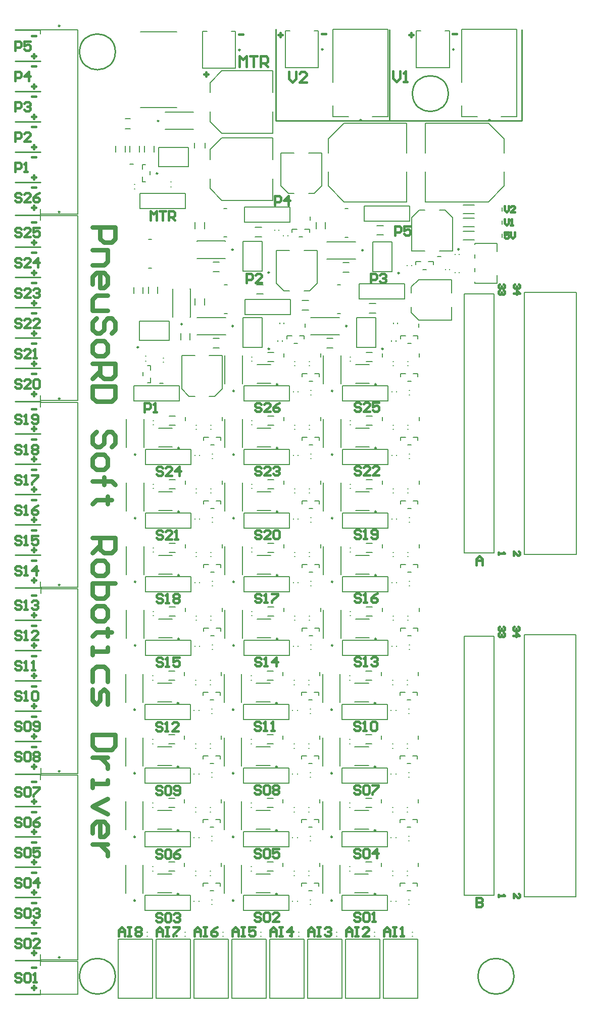
<source format=gto>
G04*
G04 #@! TF.GenerationSoftware,Altium Limited,Altium Designer,21.0.9 (235)*
G04*
G04 Layer_Color=65535*
%FSLAX44Y44*%
%MOMM*%
G71*
G04*
G04 #@! TF.SameCoordinates,70CB9891-2270-4D21-866A-A56E4BF175EE*
G04*
G04*
G04 #@! TF.FilePolarity,Positive*
G04*
G01*
G75*
%ADD10C,0.2540*%
%ADD11C,0.2500*%
%ADD12C,0.2000*%
%ADD13C,0.3810*%
%ADD14C,0.7620*%
D10*
X840000Y40000D02*
G03*
X840000Y40000I-30000J0D01*
G01*
X172000Y40000D02*
G03*
X172000Y40000I-30000J0D01*
G01*
Y1590000D02*
G03*
X172000Y1590000I-30000J0D01*
G01*
X730000Y1520000D02*
G03*
X730000Y1520000I-30000J0D01*
G01*
X631709Y1610344D02*
Y1627000D01*
X4155Y66416D02*
X46815D01*
X441223Y1623642D02*
Y1628192D01*
X441223Y1623642D02*
X441223Y1623642D01*
X4155Y10028D02*
X46815D01*
X4154Y378670D02*
X46814D01*
X4154Y324822D02*
X46814D01*
X4154Y274022D02*
X46814D01*
X4154Y223222D02*
X46814D01*
X4154Y172422D02*
X46814D01*
X4154Y121622D02*
X46814D01*
X4180Y691170D02*
X46840D01*
X4180Y637322D02*
X46840D01*
X4180Y586522D02*
X46840D01*
X4180Y535722D02*
X46840D01*
X4180Y484922D02*
X46840D01*
X4180Y434122D02*
X46840D01*
X3900Y1003674D02*
X46560D01*
X4154Y949572D02*
X46814D01*
X4154Y898772D02*
X46814D01*
X4154Y847972D02*
X46814D01*
X4154Y797172D02*
X46814D01*
X4154Y746372D02*
X46814D01*
X4154Y1059372D02*
X46814D01*
X4154Y1110172D02*
X46814D01*
X4154Y1160972D02*
X46814D01*
X4154Y1211772D02*
X46814D01*
X4154Y1262572D02*
X46814D01*
X4154Y1316166D02*
X46814D01*
X4154Y1371600D02*
X46814D01*
X4154Y1422400D02*
X46814D01*
X4154Y1473200D02*
X46814D01*
X4154Y1524000D02*
X46814D01*
X4154Y1574800D02*
X46814D01*
X4154Y1627124D02*
X46814D01*
X476086Y1474978D02*
X649060D01*
X853530D02*
Y1627000D01*
X631709Y1474978D02*
X853530D01*
X631709D02*
Y1610344D01*
X441223Y1474978D02*
X476086D01*
X441223D02*
Y1623642D01*
D11*
X243028Y1386260D02*
G03*
X243028Y1386260I-1250J0D01*
G01*
X210795Y1094796D02*
G03*
X210795Y1094796I-1250J0D01*
G01*
X430460Y1092044D02*
G03*
X430460Y1092044I-1250J0D01*
G01*
X620960D02*
G03*
X620960Y1092044I-1250J0D01*
G01*
X648036Y1219048D02*
G03*
X648036Y1219048I-1250J0D01*
G01*
X430274Y1220004D02*
G03*
X430274Y1220004I-1250J0D01*
G01*
X278230Y177890D02*
G03*
X278230Y177890I-1250J0D01*
G01*
X608298Y177830D02*
G03*
X608298Y177830I-1250J0D01*
G01*
X443330Y177890D02*
G03*
X443330Y177890I-1250J0D01*
G01*
X608430Y284570D02*
G03*
X608430Y284570I-1250J0D01*
G01*
X443330Y284570D02*
G03*
X443330Y284570I-1250J0D01*
G01*
X278230D02*
G03*
X278230Y284570I-1250J0D01*
G01*
X608430Y391250D02*
G03*
X608430Y391250I-1250J0D01*
G01*
X443330D02*
G03*
X443330Y391250I-1250J0D01*
G01*
X278230D02*
G03*
X278230Y391250I-1250J0D01*
G01*
X608430Y497930D02*
G03*
X608430Y497930I-1250J0D01*
G01*
X443330D02*
G03*
X443330Y497930I-1250J0D01*
G01*
X278230D02*
G03*
X278230Y497930I-1250J0D01*
G01*
X609390Y605570D02*
G03*
X609390Y605570I-1250J0D01*
G01*
X444290D02*
G03*
X444290Y605570I-1250J0D01*
G01*
X279190D02*
G03*
X279190Y605570I-1250J0D01*
G01*
X609390Y712250D02*
G03*
X609390Y712250I-1250J0D01*
G01*
X444290D02*
G03*
X444290Y712250I-1250J0D01*
G01*
X279190D02*
G03*
X279190Y712250I-1250J0D01*
G01*
X609390Y818930D02*
G03*
X609390Y818930I-1250J0D01*
G01*
X444290D02*
G03*
X444290Y818930I-1250J0D01*
G01*
X279190D02*
G03*
X279190Y818930I-1250J0D01*
G01*
X609390Y925610D02*
G03*
X609390Y925610I-1250J0D01*
G01*
X444290D02*
G03*
X444290Y925610I-1250J0D01*
G01*
X279190D02*
G03*
X279190Y925610I-1250J0D01*
G01*
X609390Y1032290D02*
G03*
X609390Y1032290I-1250J0D01*
G01*
X444290D02*
G03*
X444290Y1032290I-1250J0D01*
G01*
X79064Y1633728D02*
G03*
X79064Y1633728I-1250J0D01*
G01*
X79090Y696250D02*
G03*
X79090Y696250I-1250J0D01*
G01*
X79064Y383750D02*
G03*
X79064Y383750I-1250J0D01*
G01*
Y1008500D02*
G03*
X79064Y1008500I-1250J0D01*
G01*
Y1321500D02*
G03*
X79064Y1321500I-1250J0D01*
G01*
X587342Y1257356D02*
G03*
X587342Y1257356I-1250J0D01*
G01*
X369580Y1258312D02*
G03*
X369580Y1258312I-1250J0D01*
G01*
X560266Y1130352D02*
G03*
X560266Y1130352I-1250J0D01*
G01*
X369766D02*
G03*
X369766Y1130352I-1250J0D01*
G01*
X206500Y914770D02*
G03*
X206500Y914770I-1250J0D01*
G01*
X79065Y71750D02*
G03*
X79065Y71750I-1250J0D01*
G01*
X748284Y1258960D02*
G03*
X748284Y1258960I-1250J0D01*
G01*
X520172Y1594104D02*
G03*
X520172Y1594104I-1250J0D01*
G01*
X739882D02*
G03*
X739882Y1594104I-1250J0D01*
G01*
X584182Y1475730D02*
G03*
X584182Y1475730I-1250J0D01*
G01*
X800082D02*
G03*
X800082Y1475730I-1250J0D01*
G01*
X212264Y107790D02*
G03*
X212264Y107790I-1250J0D01*
G01*
X275764D02*
G03*
X275764Y107790I-1250J0D01*
G01*
X339264D02*
G03*
X339264Y107790I-1250J0D01*
G01*
X402764D02*
G03*
X402764Y107790I-1250J0D01*
G01*
X466264D02*
G03*
X466264Y107790I-1250J0D01*
G01*
X529764D02*
G03*
X529764Y107790I-1250J0D01*
G01*
X593264D02*
G03*
X593264Y107790I-1250J0D01*
G01*
X656764D02*
G03*
X656764Y107790I-1250J0D01*
G01*
X381234Y1593342D02*
G03*
X381234Y1593342I-1250J0D01*
G01*
X284362Y1133542D02*
G03*
X284362Y1133542I-1250J0D01*
G01*
X371600Y1021450D02*
G03*
X371600Y1021450I-1250J0D01*
G01*
X536700D02*
G03*
X536700Y1021450I-1250J0D01*
G01*
X371600Y914770D02*
G03*
X371600Y914770I-1250J0D01*
G01*
X536700D02*
G03*
X536700Y914770I-1250J0D01*
G01*
X206500Y808090D02*
G03*
X206500Y808090I-1250J0D01*
G01*
X371600D02*
G03*
X371600Y808090I-1250J0D01*
G01*
X536700D02*
G03*
X536700Y808090I-1250J0D01*
G01*
X206500Y701410D02*
G03*
X206500Y701410I-1250J0D01*
G01*
X371600D02*
G03*
X371600Y701410I-1250J0D01*
G01*
X536700D02*
G03*
X536700Y701410I-1250J0D01*
G01*
X206500Y594730D02*
G03*
X206500Y594730I-1250J0D01*
G01*
X371600D02*
G03*
X371600Y594730I-1250J0D01*
G01*
X536700D02*
G03*
X536700Y594730I-1250J0D01*
G01*
X205540Y487090D02*
G03*
X205540Y487090I-1250J0D01*
G01*
X370640D02*
G03*
X370640Y487090I-1250J0D01*
G01*
X535740D02*
G03*
X535740Y487090I-1250J0D01*
G01*
X205540Y380410D02*
G03*
X205540Y380410I-1250J0D01*
G01*
X370640D02*
G03*
X370640Y380410I-1250J0D01*
G01*
X535740D02*
G03*
X535740Y380410I-1250J0D01*
G01*
X205540Y273730D02*
G03*
X205540Y273730I-1250J0D01*
G01*
X370640D02*
G03*
X370640Y273730I-1250J0D01*
G01*
X535740D02*
G03*
X535740Y273730I-1250J0D01*
G01*
X205540Y167050D02*
G03*
X205540Y167050I-1250J0D01*
G01*
X370640D02*
G03*
X370640Y167050I-1250J0D01*
G01*
X535740D02*
G03*
X535740Y167050I-1250J0D01*
G01*
X244874Y1474220D02*
G03*
X244874Y1474220I-1250J0D01*
G01*
D12*
X304989Y1429274D02*
Y1437746D01*
X322571Y1429274D02*
Y1437746D01*
X188894Y1460679D02*
X197366D01*
X188894Y1478261D02*
X197366D01*
X213750Y1623700D02*
X274750D01*
X213750Y1496300D02*
X274750D01*
X819887Y1279062D02*
Y1285062D01*
X609930Y1298888D02*
X620930D01*
X609930Y1282888D02*
X620930D01*
X406324Y1295526D02*
X417324D01*
X406324Y1279526D02*
X417324D01*
X597840Y1151844D02*
X608840D01*
X597840Y1167844D02*
X608840D01*
X408864Y1199768D02*
X419864D01*
X408864Y1183768D02*
X419864D01*
X281396Y1107113D02*
Y1118113D01*
X297396Y1107113D02*
Y1118113D01*
X555263Y1338620D02*
X660638D01*
Y1388870D01*
Y1420370D02*
Y1470620D01*
X555263D02*
X660638D01*
X528638Y1365245D02*
Y1388870D01*
Y1365245D02*
X555263Y1338620D01*
X528638Y1443995D02*
X555263Y1470620D01*
X528638Y1420370D02*
Y1443995D01*
X691872Y1470620D02*
X797247D01*
X691872Y1420370D02*
Y1470620D01*
Y1338620D02*
Y1388870D01*
Y1338620D02*
X797247D01*
X823872Y1420370D02*
Y1443995D01*
X797247Y1470620D02*
X823872Y1443995D01*
X797247Y1338620D02*
X823872Y1365245D01*
Y1388870D01*
X756674Y176050D02*
X806874D01*
X756674Y610350D02*
X806874D01*
X756674Y176050D02*
Y610350D01*
X806874Y176050D02*
Y610350D01*
X756674Y749828D02*
X806874D01*
X756674Y1184128D02*
X806874D01*
X756674Y749828D02*
Y1184128D01*
X806874Y749828D02*
Y1184128D01*
X857460Y1186878D02*
X944460D01*
X857460Y747078D02*
Y1186878D01*
Y747078D02*
X944460D01*
Y1186878D01*
X857206Y612830D02*
X944206D01*
X857206Y173030D02*
Y612830D01*
Y173030D02*
X944206D01*
Y612830D01*
X755377Y1311540D02*
X773377D01*
X755377Y1297040D02*
X773377D01*
X755377Y1289312D02*
X773377D01*
X755377Y1274812D02*
X773377D01*
X755377Y1333508D02*
X773377D01*
X755377Y1319008D02*
X773377D01*
X668908Y1256320D02*
Y1311820D01*
Y1256320D02*
X690908D01*
X714908D02*
X736908D01*
Y1311820D01*
X681408Y1324320D02*
X690908D01*
X668908Y1311820D02*
X681408Y1324320D01*
X724408D02*
X736908Y1311820D01*
X714908Y1324320D02*
X724408D01*
X517704Y1365250D02*
Y1420750D01*
X495704D02*
X517704D01*
X449704D02*
X471704D01*
X449704Y1365250D02*
Y1420750D01*
X495704Y1352750D02*
X505204D01*
X517704Y1365250D01*
X449704D02*
X462204Y1352750D01*
X471704D01*
X680138Y1140242D02*
X735638D01*
Y1162242D01*
Y1186242D02*
Y1208242D01*
X680138D02*
X735638D01*
X667638Y1152742D02*
Y1162242D01*
Y1152742D02*
X680138Y1140242D01*
X667638Y1195742D02*
X680138Y1208242D01*
X667638Y1186242D02*
Y1195742D01*
X510002Y1201720D02*
Y1257220D01*
X488002D02*
X510002D01*
X442002D02*
X464002D01*
X442002Y1201720D02*
Y1257220D01*
X488002Y1189220D02*
X497502D01*
X510002Y1201720D01*
X442002D02*
X454502Y1189220D01*
X464002D01*
X351082Y1024980D02*
Y1080480D01*
X329082D02*
X351082D01*
X283082D02*
X305082D01*
X283082Y1024980D02*
Y1080480D01*
X329082Y1012480D02*
X338582D01*
X351082Y1024980D01*
X283082D02*
X295582Y1012480D01*
X305082D01*
X350490Y1341010D02*
X435741D01*
Y1377510D01*
Y1409510D02*
Y1446010D01*
X350490D02*
X435741D01*
X330741Y1360760D02*
Y1377510D01*
Y1360760D02*
X350490Y1341010D01*
X330741Y1426260D02*
X350490Y1446010D01*
X330741Y1409510D02*
Y1426260D01*
X330741Y1521712D02*
Y1538462D01*
X350491Y1558212D01*
X330741Y1472962D02*
X350491Y1453212D01*
X330741Y1472962D02*
Y1489712D01*
X350491Y1558212D02*
X435741D01*
Y1521712D02*
Y1558212D01*
Y1453212D02*
Y1489712D01*
X350491Y1453212D02*
X435741D01*
X244328Y1397510D02*
X294328D01*
X244328Y1429510D02*
X294328D01*
X244328Y1397510D02*
Y1429510D01*
X294328Y1397510D02*
Y1429510D01*
X212095Y1106046D02*
X262095D01*
X212095Y1138046D02*
X262095D01*
X212095Y1106046D02*
Y1138046D01*
X262095Y1106046D02*
Y1138046D01*
X417960Y1094594D02*
Y1144594D01*
X385960Y1094594D02*
Y1144594D01*
Y1094594D02*
X417960D01*
X385960Y1144594D02*
X417960D01*
X608460Y1094594D02*
Y1144594D01*
X576460Y1094594D02*
Y1144594D01*
Y1094594D02*
X608460D01*
X576460Y1144594D02*
X608460D01*
X635536Y1221598D02*
Y1271598D01*
X603536Y1221598D02*
Y1271598D01*
Y1221598D02*
X635536D01*
X603536Y1271598D02*
X635536D01*
X417774Y1222554D02*
Y1272554D01*
X385774Y1222554D02*
Y1272554D01*
Y1222554D02*
X417774D01*
X385774Y1272554D02*
X417774D01*
X243230Y211140D02*
X266230D01*
X243230Y180140D02*
X266230D01*
X573298Y211080D02*
X596298D01*
X573298Y180080D02*
X596298D01*
X408330Y211140D02*
X431330D01*
X408330Y180140D02*
X431330D01*
X573430Y317820D02*
X596430D01*
X573430Y286820D02*
X596430D01*
X408330Y317820D02*
X431330D01*
X408330Y286820D02*
X431330D01*
X243230Y317820D02*
X266230D01*
X243230Y286820D02*
X266230D01*
X573430Y424500D02*
X596430D01*
X573430Y393500D02*
X596430D01*
X408330Y424500D02*
X431330D01*
X408330Y393500D02*
X431330D01*
X243230Y424500D02*
X266230D01*
X243230Y393500D02*
X266230D01*
X573430Y531180D02*
X596430D01*
X573430Y500180D02*
X596430D01*
X408330Y531180D02*
X431330D01*
X408330Y500180D02*
X431330D01*
X243230Y531180D02*
X266230D01*
X243230Y500180D02*
X266230D01*
X574390Y638820D02*
X597390D01*
X574390Y607820D02*
X597390D01*
X409290Y638820D02*
X432290D01*
X409290Y607820D02*
X432290D01*
X244190Y638820D02*
X267190D01*
X244190Y607820D02*
X267190D01*
X574390Y745500D02*
X597390D01*
X574390Y714500D02*
X597390D01*
X409290Y745500D02*
X432290D01*
X409290Y714500D02*
X432290D01*
X244190Y745500D02*
X267190D01*
X244190Y714500D02*
X267190D01*
X574390Y852180D02*
X597390D01*
X574390Y821180D02*
X597390D01*
X409290Y852180D02*
X432290D01*
X409290Y821180D02*
X432290D01*
X244190Y852180D02*
X267190D01*
X244190Y821180D02*
X267190D01*
X574390Y958860D02*
X597390D01*
X574390Y927860D02*
X597390D01*
X409290Y958860D02*
X432290D01*
X409290Y927860D02*
X432290D01*
X244190Y958860D02*
X267190D01*
X244190Y927860D02*
X267190D01*
X574390Y1065540D02*
X597390D01*
X574390Y1034540D02*
X597390D01*
X409290Y1065540D02*
X432290D01*
X409290Y1034540D02*
X432290D01*
X46814Y1627228D02*
X108814D01*
Y1317588D02*
Y1627228D01*
X46814Y1317588D02*
X108814D01*
X46814Y1619908D02*
Y1627228D01*
Y1317588D02*
Y1326478D01*
X46840Y689750D02*
X108840D01*
Y380110D02*
Y689750D01*
X46840Y380110D02*
X108840D01*
X46840Y682430D02*
Y689750D01*
Y380110D02*
Y389000D01*
X46814Y377250D02*
X108814D01*
Y67610D02*
Y377250D01*
X46814Y67610D02*
X108814D01*
X46814Y369930D02*
Y377250D01*
Y67610D02*
Y76500D01*
Y1002000D02*
X108814D01*
Y692360D02*
Y1002000D01*
X46814Y692360D02*
X108814D01*
X46814Y994680D02*
Y1002000D01*
Y692360D02*
Y701250D01*
Y1315000D02*
X108814D01*
Y1005360D02*
Y1315000D01*
X46814Y1005360D02*
X108814D01*
X46814Y1307680D02*
Y1315000D01*
Y1005360D02*
Y1014250D01*
X227723Y1275320D02*
X232723D01*
X227723Y1227120D02*
X232723D01*
X354266Y1199682D02*
X359266D01*
X354266Y1151482D02*
X359266D01*
X544638Y1199682D02*
X549638D01*
X544638Y1151482D02*
X549638D01*
X354012Y1327642D02*
X359012D01*
X354012Y1279442D02*
X359012D01*
X557042Y1327448D02*
X562042D01*
X557042Y1279248D02*
X562042D01*
X553466Y1236656D02*
X563466D01*
X553466Y1220656D02*
X563466D01*
X335704Y1237612D02*
X345704D01*
X335704Y1221612D02*
X345704D01*
X526390Y1109652D02*
X536390D01*
X526390Y1093652D02*
X536390D01*
X335890Y1109652D02*
X345890D01*
X335890Y1093652D02*
X345890D01*
X661062Y1231654D02*
Y1232654D01*
X669062Y1231654D02*
Y1232654D01*
X461544Y1281184D02*
Y1282184D01*
X453544Y1281184D02*
Y1282184D01*
X634578Y1104964D02*
Y1105964D01*
X642578Y1104964D02*
Y1105964D01*
X444078Y1104964D02*
Y1105964D01*
X452078Y1104964D02*
Y1105964D01*
X732570Y1225050D02*
Y1226050D01*
X725570Y1225050D02*
Y1226050D01*
X446312Y1290848D02*
Y1291848D01*
X439312Y1290848D02*
Y1291848D01*
X637800Y1134602D02*
Y1135602D01*
X644800Y1134602D02*
Y1135602D01*
X447300Y1134602D02*
Y1135602D01*
X454300Y1134602D02*
Y1135602D01*
X675708Y1232883D02*
Y1238114D01*
X696648D02*
X704708D01*
X675708D02*
X683768D01*
X704708Y1232883D02*
Y1238114D01*
X687148Y1225114D02*
X693268D01*
X468444Y1287601D02*
Y1292832D01*
X489384D02*
X497444D01*
X468444D02*
X476504D01*
X497444Y1287601D02*
Y1292832D01*
X479884Y1279832D02*
X486004D01*
X650240Y1108587D02*
Y1113818D01*
X671180D02*
X679240D01*
X650240D02*
X658300D01*
X679240Y1108587D02*
Y1113818D01*
X661680Y1100818D02*
X667800D01*
X459740Y1108587D02*
Y1113818D01*
X480680D02*
X488740D01*
X459740D02*
X467800D01*
X488740Y1108587D02*
Y1113818D01*
X471180Y1100818D02*
X477300D01*
X665244Y1306210D02*
Y1331610D01*
X589044Y1306210D02*
X665244D01*
X589044D02*
Y1331610D01*
X665244D01*
X465024Y1304290D02*
Y1329690D01*
X388824Y1304290D02*
X465024D01*
X388824D02*
Y1329690D01*
X465024D01*
X656934Y1175766D02*
Y1201166D01*
X580734Y1175766D02*
X656934D01*
X580734D02*
Y1201166D01*
X656934D01*
X465672Y1149096D02*
Y1174496D01*
X389472Y1149096D02*
X465672D01*
X389472D02*
Y1174496D01*
X465672D01*
X526842Y1242506D02*
X574342D01*
X526842Y1271656D02*
Y1271706D01*
Y1242506D02*
Y1242556D01*
Y1271706D02*
X574342D01*
Y1271656D02*
Y1271706D01*
Y1242506D02*
Y1242556D01*
X309080Y1243462D02*
X356580D01*
X309080Y1272612D02*
Y1272662D01*
Y1243462D02*
Y1243512D01*
Y1272662D02*
X356580D01*
Y1272612D02*
Y1272662D01*
Y1243462D02*
Y1243512D01*
X499766Y1115502D02*
X547266D01*
X499766Y1144652D02*
Y1144702D01*
Y1115502D02*
Y1115552D01*
Y1144702D02*
X547266D01*
Y1144652D02*
Y1144702D01*
Y1115502D02*
Y1115552D01*
X309266Y1115502D02*
X356766D01*
X309266Y1144652D02*
Y1144702D01*
Y1115502D02*
Y1115552D01*
Y1144702D02*
X356766D01*
Y1144652D02*
Y1144702D01*
Y1115502D02*
Y1115552D01*
X712100Y1246868D02*
X718100D01*
X498706Y1307386D02*
Y1313386D01*
X680502Y1128372D02*
Y1134372D01*
X490002Y1128372D02*
Y1134372D01*
X524302Y1293586D02*
Y1304586D01*
X508302Y1293586D02*
Y1304586D01*
X321272Y1293780D02*
Y1304780D01*
X305272Y1293780D02*
Y1304780D01*
X485064Y1156844D02*
X496064D01*
X485064Y1172844D02*
X496064D01*
X321458Y1165820D02*
Y1176820D01*
X305458Y1165820D02*
Y1176820D01*
X188830Y1422400D02*
Y1432400D01*
X172830Y1422400D02*
Y1432400D01*
X190400Y926520D02*
Y974020D01*
X219550D02*
X219600D01*
X190400D02*
X190450D01*
X219600Y926520D02*
Y974020D01*
X219550Y926520D02*
X219600D01*
X190400D02*
X190450D01*
X46815Y65250D02*
X108815D01*
Y9850D02*
Y65250D01*
X46815Y9850D02*
X108815D01*
X46815Y57930D02*
Y65250D01*
Y9850D02*
Y17170D01*
X774534Y1267210D02*
Y1269210D01*
Y1244210D02*
Y1250210D01*
Y1221210D02*
Y1227210D01*
Y1202210D02*
Y1204210D01*
Y1202210D02*
X811534D01*
Y1255710D02*
Y1269210D01*
Y1202210D02*
Y1215710D01*
X774534Y1269210D02*
X811534D01*
X202658Y1185260D02*
Y1195260D01*
X218658Y1185260D02*
Y1195260D01*
X222465Y1071928D02*
X223465D01*
X222465Y1079928D02*
X223465D01*
X252103Y1069706D02*
X253103D01*
X252103Y1076706D02*
X253103D01*
X224634Y113990D02*
X225634D01*
X224634Y106990D02*
X225634D01*
X288134Y113990D02*
X289134D01*
X288134Y106990D02*
X289134D01*
X351634Y113990D02*
X352634D01*
X351634Y106990D02*
X352634D01*
X415134Y113990D02*
X416134D01*
X415134Y106990D02*
X416134D01*
X478634Y113990D02*
X479634D01*
X478634Y106990D02*
X479634D01*
X542134Y113990D02*
X543134D01*
X542134Y106990D02*
X543134D01*
X605634Y113990D02*
X606634D01*
X605634Y106990D02*
X606634D01*
X669134Y113990D02*
X670134D01*
X669134Y106990D02*
X670134D01*
X427800Y1071040D02*
X437800D01*
X427800Y1086040D02*
X437800D01*
X592900Y1071040D02*
X602900D01*
X592900Y1086040D02*
X602900D01*
X262700Y964360D02*
X272700D01*
X262700Y979360D02*
X272700D01*
X427800Y964360D02*
X437800D01*
X427800Y979360D02*
X437800D01*
X592900Y964360D02*
X602900D01*
X592900Y979360D02*
X602900D01*
X262700Y857680D02*
X272700D01*
X262700Y872680D02*
X272700D01*
X427800Y857680D02*
X437800D01*
X427800Y872680D02*
X437800D01*
X592900Y857680D02*
X602900D01*
X592900Y872680D02*
X602900D01*
X262700Y751000D02*
X272700D01*
X262700Y766000D02*
X272700D01*
X427800Y751000D02*
X437800D01*
X427800Y766000D02*
X437800D01*
X592900Y751000D02*
X602900D01*
X592900Y766000D02*
X602900D01*
X262700Y644320D02*
X272700D01*
X262700Y659320D02*
X272700D01*
X427800Y644320D02*
X437800D01*
X427800Y659320D02*
X437800D01*
X592900Y644320D02*
X602900D01*
X592900Y659320D02*
X602900D01*
X261740Y536680D02*
X271740D01*
X261740Y551680D02*
X271740D01*
X426840Y536680D02*
X436840D01*
X426840Y551680D02*
X436840D01*
X591940Y536680D02*
X601940D01*
X591940Y551680D02*
X601940D01*
X261740Y430000D02*
X271740D01*
X261740Y445000D02*
X271740D01*
X426840Y430000D02*
X436840D01*
X426840Y445000D02*
X436840D01*
X591940Y430000D02*
X601940D01*
X591940Y445000D02*
X601940D01*
X261740Y323320D02*
X271740D01*
X261740Y338320D02*
X271740D01*
X426840Y323320D02*
X436840D01*
X426840Y338320D02*
X436840D01*
X591940Y323320D02*
X601940D01*
X591940Y338320D02*
X601940D01*
X261740Y216640D02*
X271740D01*
X261740Y231640D02*
X271740D01*
X426840Y216640D02*
X436840D01*
X426840Y231640D02*
X436840D01*
X591940Y216640D02*
X601940D01*
X591940Y231640D02*
X601940D01*
X472470Y1063610D02*
X473470D01*
X472470Y1070610D02*
X473470D01*
X637570Y1063610D02*
X638570D01*
X637570Y1070610D02*
X638570D01*
X307370Y956930D02*
X308370D01*
X307370Y963930D02*
X308370D01*
X472470Y956930D02*
X473470D01*
X472470Y963930D02*
X473470D01*
X637570Y956930D02*
X638570D01*
X637570Y963930D02*
X638570D01*
X307370Y850250D02*
X308370D01*
X307370Y857250D02*
X308370D01*
X472470Y850250D02*
X473470D01*
X472470Y857250D02*
X473470D01*
X637570Y850250D02*
X638570D01*
X637570Y857250D02*
X638570D01*
X307370Y743570D02*
X308370D01*
X307370Y750570D02*
X308370D01*
X472470Y743570D02*
X473470D01*
X472470Y750570D02*
X473470D01*
X637570Y743570D02*
X638570D01*
X637570Y750570D02*
X638570D01*
X307370Y636890D02*
X308370D01*
X307370Y643890D02*
X308370D01*
X472470Y636890D02*
X473470D01*
X472470Y643890D02*
X473470D01*
X637570Y636890D02*
X638570D01*
X637570Y643890D02*
X638570D01*
X306410Y529250D02*
X307410D01*
X306410Y536250D02*
X307410D01*
X471510Y529250D02*
X472510D01*
X471510Y536250D02*
X472510D01*
X636610Y529250D02*
X637610D01*
X636610Y536250D02*
X637610D01*
X306410Y422570D02*
X307410D01*
X306410Y429570D02*
X307410D01*
X471510Y422570D02*
X472510D01*
X471510Y429570D02*
X472510D01*
X636610Y422570D02*
X637610D01*
X636610Y429570D02*
X637610D01*
X306410Y315890D02*
X307410D01*
X306410Y322890D02*
X307410D01*
X471510Y315890D02*
X472510D01*
X471510Y322890D02*
X472510D01*
X636610Y315890D02*
X637610D01*
X636610Y322890D02*
X637610D01*
X306410Y209210D02*
X307410D01*
X306410Y216210D02*
X307410D01*
X471510Y209210D02*
X472510D01*
X471510Y216210D02*
X472510D01*
X636610Y209210D02*
X637610D01*
X636610Y216210D02*
X637610D01*
X470240Y1019620D02*
Y1020620D01*
X478240Y1019620D02*
Y1020620D01*
X635340Y1019620D02*
Y1020620D01*
X643340Y1019620D02*
Y1020620D01*
X305140Y912940D02*
Y913940D01*
X313140Y912940D02*
Y913940D01*
X470240Y912940D02*
Y913940D01*
X478240Y912940D02*
Y913940D01*
X635340Y912940D02*
Y913940D01*
X643340Y912940D02*
Y913940D01*
X305140Y806260D02*
Y807260D01*
X313140Y806260D02*
Y807260D01*
X470240Y806260D02*
Y807260D01*
X478240Y806260D02*
Y807260D01*
X635340Y806260D02*
Y807260D01*
X643340Y806260D02*
Y807260D01*
X305140Y699580D02*
Y700580D01*
X313140Y699580D02*
Y700580D01*
X470240Y699580D02*
Y700580D01*
X478240Y699580D02*
Y700580D01*
X635340Y699580D02*
Y700580D01*
X643340Y699580D02*
Y700580D01*
X305140Y592900D02*
Y593900D01*
X313140Y592900D02*
Y593900D01*
X470240Y592900D02*
Y593900D01*
X478240Y592900D02*
Y593900D01*
X635340Y592900D02*
Y593900D01*
X643340Y592900D02*
Y593900D01*
X304180Y485260D02*
Y486260D01*
X312180Y485260D02*
Y486260D01*
X469280Y485260D02*
Y486260D01*
X477280Y485260D02*
Y486260D01*
X634380Y485260D02*
Y486260D01*
X642380Y485260D02*
Y486260D01*
X304180Y378580D02*
Y379580D01*
X312180Y378580D02*
Y379580D01*
X469280Y378580D02*
Y379580D01*
X477280Y378580D02*
Y379580D01*
X634380Y378580D02*
Y379580D01*
X642380Y378580D02*
Y379580D01*
X304180Y271900D02*
Y272900D01*
X312180Y271900D02*
Y272900D01*
X469280Y271900D02*
Y272900D01*
X477280Y271900D02*
Y272900D01*
X634380Y271900D02*
Y272900D01*
X642380Y271900D02*
Y272900D01*
X304180Y165220D02*
Y166220D01*
X312180Y165220D02*
Y166220D01*
X469280Y165220D02*
Y166220D01*
X477280Y165220D02*
Y166220D01*
X634380Y165220D02*
Y166220D01*
X642380Y165220D02*
Y166220D01*
X499140Y1014850D02*
X500140D01*
X499140Y1022850D02*
X500140D01*
X664240Y1014850D02*
X665240D01*
X664240Y1022850D02*
X665240D01*
X334040Y908170D02*
X335040D01*
X334040Y916170D02*
X335040D01*
X499140Y908170D02*
X500140D01*
X499140Y916170D02*
X500140D01*
X664240Y908170D02*
X665240D01*
X664240Y916170D02*
X665240D01*
X334040Y801490D02*
X335040D01*
X334040Y809490D02*
X335040D01*
X499140Y801490D02*
X500140D01*
X499140Y809490D02*
X500140D01*
X664240Y801490D02*
X665240D01*
X664240Y809490D02*
X665240D01*
X334040Y694810D02*
X335040D01*
X334040Y702810D02*
X335040D01*
X499140Y694810D02*
X500140D01*
X499140Y702810D02*
X500140D01*
X664240Y694810D02*
X665240D01*
X664240Y702810D02*
X665240D01*
X334040Y588130D02*
X335040D01*
X334040Y596130D02*
X335040D01*
X499140Y588130D02*
X500140D01*
X499140Y596130D02*
X500140D01*
X664240Y588130D02*
X665240D01*
X664240Y596130D02*
X665240D01*
X333080Y480490D02*
X334080D01*
X333080Y488490D02*
X334080D01*
X498180Y480490D02*
X499180D01*
X498180Y488490D02*
X499180D01*
X663280Y480490D02*
X664280D01*
X663280Y488490D02*
X664280D01*
X333080Y373810D02*
X334080D01*
X333080Y381810D02*
X334080D01*
X498180Y373810D02*
X499180D01*
X498180Y381810D02*
X499180D01*
X663280Y373810D02*
X664280D01*
X663280Y381810D02*
X664280D01*
X333080Y267130D02*
X334080D01*
X333080Y275130D02*
X334080D01*
X498180Y267130D02*
X499180D01*
X498180Y275130D02*
X499180D01*
X663280Y267130D02*
X664280D01*
X663280Y275130D02*
X664280D01*
X333080Y160450D02*
X334080D01*
X333080Y168450D02*
X334080D01*
X498180Y160450D02*
X499180D01*
X498180Y168450D02*
X499180D01*
X663280Y160450D02*
X664280D01*
X663280Y168450D02*
X664280D01*
X496600Y1070610D02*
X497600D01*
X496600Y1063610D02*
X497600D01*
X661700Y1070610D02*
X662700D01*
X661700Y1063610D02*
X662700D01*
X331500Y963930D02*
X332500D01*
X331500Y956930D02*
X332500D01*
X496600Y963930D02*
X497600D01*
X496600Y956930D02*
X497600D01*
X661700Y963930D02*
X662700D01*
X661700Y956930D02*
X662700D01*
X331500Y857250D02*
X332500D01*
X331500Y850250D02*
X332500D01*
X496600Y857250D02*
X497600D01*
X496600Y850250D02*
X497600D01*
X661700Y857250D02*
X662700D01*
X661700Y850250D02*
X662700D01*
X331500Y750570D02*
X332500D01*
X331500Y743570D02*
X332500D01*
X496600Y750570D02*
X497600D01*
X496600Y743570D02*
X497600D01*
X661700Y750570D02*
X662700D01*
X661700Y743570D02*
X662700D01*
X331500Y643890D02*
X332500D01*
X331500Y636890D02*
X332500D01*
X496600Y643890D02*
X497600D01*
X496600Y636890D02*
X497600D01*
X661700Y643890D02*
X662700D01*
X661700Y636890D02*
X662700D01*
X330540Y536250D02*
X331540D01*
X330540Y529250D02*
X331540D01*
X495640Y536250D02*
X496640D01*
X495640Y529250D02*
X496640D01*
X660740Y536250D02*
X661740D01*
X660740Y529250D02*
X661740D01*
X330540Y429570D02*
X331540D01*
X330540Y422570D02*
X331540D01*
X495640Y429570D02*
X496640D01*
X495640Y422570D02*
X496640D01*
X660740Y429570D02*
X661740D01*
X660740Y422570D02*
X661740D01*
X330540Y322890D02*
X331540D01*
X330540Y315890D02*
X331540D01*
X495640Y322890D02*
X496640D01*
X495640Y315890D02*
X496640D01*
X660740Y322890D02*
X661740D01*
X660740Y315890D02*
X661740D01*
X330540Y216210D02*
X331540D01*
X330540Y209210D02*
X331540D01*
X495640Y216210D02*
X496640D01*
X495640Y209210D02*
X496640D01*
X660740Y216210D02*
X661740D01*
X660740Y209210D02*
X661740D01*
X212558Y1422480D02*
Y1432480D01*
X196558Y1422480D02*
Y1432480D01*
X236688Y1422480D02*
Y1432480D01*
X220688Y1422480D02*
Y1432480D01*
X265018Y1363790D02*
X266018D01*
X265018Y1371790D02*
X266018D01*
X204058Y1360480D02*
X205058D01*
X204058Y1367480D02*
X205058D01*
X218319Y1046706D02*
Y1052826D01*
X226089Y1035266D02*
X231320D01*
Y1056206D02*
Y1064266D01*
Y1035266D02*
Y1043326D01*
X226089Y1064266D02*
X231320D01*
X496580Y1037750D02*
X502700D01*
X514140Y1045519D02*
Y1050750D01*
X485140D02*
X493200D01*
X506079D02*
X514140D01*
X485140Y1045519D02*
Y1050750D01*
X661680Y1037750D02*
X667800D01*
X679240Y1045519D02*
Y1050750D01*
X650240D02*
X658300D01*
X671180D02*
X679240D01*
X650240Y1045519D02*
Y1050750D01*
X331479Y931070D02*
X337600D01*
X349040Y938839D02*
Y944070D01*
X320040D02*
X328100D01*
X340979D02*
X349040D01*
X320040Y938839D02*
Y944070D01*
X496580Y931070D02*
X502700D01*
X514140Y938839D02*
Y944070D01*
X485140D02*
X493200D01*
X506079D02*
X514140D01*
X485140Y938839D02*
Y944070D01*
X661680Y931070D02*
X667800D01*
X679240Y938839D02*
Y944070D01*
X650240D02*
X658300D01*
X671180D02*
X679240D01*
X650240Y938839D02*
Y944070D01*
X331479Y824390D02*
X337600D01*
X349040Y832159D02*
Y837390D01*
X320040D02*
X328100D01*
X340979D02*
X349040D01*
X320040Y832159D02*
Y837390D01*
X496580Y824390D02*
X502700D01*
X514140Y832159D02*
Y837390D01*
X485140D02*
X493200D01*
X506079D02*
X514140D01*
X485140Y832159D02*
Y837390D01*
X661680Y824390D02*
X667800D01*
X679240Y832159D02*
Y837390D01*
X650240D02*
X658300D01*
X671180D02*
X679240D01*
X650240Y832159D02*
Y837390D01*
X331479Y717710D02*
X337600D01*
X349040Y725479D02*
Y730710D01*
X320040D02*
X328100D01*
X340979D02*
X349040D01*
X320040Y725479D02*
Y730710D01*
X496580Y717710D02*
X502700D01*
X514140Y725479D02*
Y730710D01*
X485140D02*
X493200D01*
X506079D02*
X514140D01*
X485140Y725479D02*
Y730710D01*
X661680Y717710D02*
X667800D01*
X679240Y725479D02*
Y730710D01*
X650240D02*
X658300D01*
X671180D02*
X679240D01*
X650240Y725479D02*
Y730710D01*
X331479Y611030D02*
X337600D01*
X349040Y618799D02*
Y624030D01*
X320040D02*
X328100D01*
X340979D02*
X349040D01*
X320040Y618799D02*
Y624030D01*
X496580Y611030D02*
X502700D01*
X514140Y618799D02*
Y624030D01*
X485140D02*
X493200D01*
X506079D02*
X514140D01*
X485140Y618799D02*
Y624030D01*
X661680Y611030D02*
X667800D01*
X679240Y618799D02*
Y624030D01*
X650240D02*
X658300D01*
X671180D02*
X679240D01*
X650240Y618799D02*
Y624030D01*
X330519Y503390D02*
X336640D01*
X348080Y511159D02*
Y516390D01*
X319080D02*
X327140D01*
X340019D02*
X348080D01*
X319080Y511159D02*
Y516390D01*
X495620Y503390D02*
X501740D01*
X513180Y511159D02*
Y516390D01*
X484180D02*
X492240D01*
X505120D02*
X513180D01*
X484180Y511159D02*
Y516390D01*
X660720Y503390D02*
X666840D01*
X678280Y511159D02*
Y516390D01*
X649280D02*
X657340D01*
X670219D02*
X678280D01*
X649280Y511159D02*
Y516390D01*
X330519Y396710D02*
X336640D01*
X348080Y404479D02*
Y409710D01*
X319080D02*
X327140D01*
X340019D02*
X348080D01*
X319080Y404479D02*
Y409710D01*
X495620Y396710D02*
X501740D01*
X513180Y404479D02*
Y409710D01*
X484180D02*
X492240D01*
X505120D02*
X513180D01*
X484180Y404479D02*
Y409710D01*
X660720Y396710D02*
X666840D01*
X678280Y404479D02*
Y409710D01*
X649280D02*
X657340D01*
X670219D02*
X678280D01*
X649280Y404479D02*
Y409710D01*
X330519Y290030D02*
X336640D01*
X348080Y297799D02*
Y303030D01*
X319080D02*
X327140D01*
X340019D02*
X348080D01*
X319080Y297799D02*
Y303030D01*
X495620Y290030D02*
X501740D01*
X513180Y297799D02*
Y303030D01*
X484180D02*
X492240D01*
X505120D02*
X513180D01*
X484180Y297799D02*
Y303030D01*
X660720Y290030D02*
X666840D01*
X678280Y297799D02*
Y303030D01*
X649280D02*
X657340D01*
X670219D02*
X678280D01*
X649280Y297799D02*
Y303030D01*
X330519Y183350D02*
X336640D01*
X348080Y191119D02*
Y196350D01*
X319080D02*
X327140D01*
X340019D02*
X348080D01*
X319080Y191119D02*
Y196350D01*
X495620Y183350D02*
X501740D01*
X513180Y191119D02*
Y196350D01*
X484180D02*
X492240D01*
X505120D02*
X513180D01*
X484180Y191119D02*
Y196350D01*
X660720Y183350D02*
X666840D01*
X678280Y191119D02*
Y196350D01*
X649280D02*
X657340D01*
X670219D02*
X678280D01*
X649280Y191119D02*
Y196350D01*
X230108Y1383780D02*
Y1389900D01*
X217108Y1401340D02*
X222339D01*
X217108Y1372340D02*
Y1380400D01*
Y1393280D02*
Y1401340D01*
Y1372340D02*
X222339D01*
X203068Y1030224D02*
X279268D01*
X203068Y1004824D02*
Y1030224D01*
Y1004824D02*
X279268D01*
Y1030224D01*
X387880Y1030280D02*
X464080D01*
X387880Y1004880D02*
Y1030280D01*
Y1004880D02*
X464080D01*
Y1030280D01*
X552980D02*
X629180D01*
X552980Y1004880D02*
Y1030280D01*
Y1004880D02*
X629180D01*
Y1030280D01*
X222780Y923600D02*
X298980D01*
X222780Y898200D02*
Y923600D01*
Y898200D02*
X298980D01*
Y923600D01*
X387880D02*
X464080D01*
X387880Y898200D02*
Y923600D01*
Y898200D02*
X464080D01*
Y923600D01*
X552980D02*
X629180D01*
X552980Y898200D02*
Y923600D01*
Y898200D02*
X629180D01*
Y923600D01*
X222780Y816920D02*
X298980D01*
X222780Y791520D02*
Y816920D01*
Y791520D02*
X298980D01*
Y816920D01*
X387880D02*
X464080D01*
X387880Y791520D02*
Y816920D01*
Y791520D02*
X464080D01*
Y816920D01*
X552980D02*
X629180D01*
X552980Y791520D02*
Y816920D01*
Y791520D02*
X629180D01*
Y816920D01*
X222780Y710240D02*
X298980D01*
X222780Y684840D02*
Y710240D01*
Y684840D02*
X298980D01*
Y710240D01*
X387880D02*
X464080D01*
X387880Y684840D02*
Y710240D01*
Y684840D02*
X464080D01*
Y710240D01*
X552980D02*
X629180D01*
X552980Y684840D02*
Y710240D01*
Y684840D02*
X629180D01*
Y710240D01*
X222780Y603560D02*
X298980D01*
X222780Y578160D02*
Y603560D01*
Y578160D02*
X298980D01*
Y603560D01*
X387880D02*
X464080D01*
X387880Y578160D02*
Y603560D01*
Y578160D02*
X464080D01*
Y603560D01*
X552980D02*
X629180D01*
X552980Y578160D02*
Y603560D01*
Y578160D02*
X629180D01*
Y603560D01*
X221820Y495920D02*
X298020D01*
X221820Y470520D02*
Y495920D01*
Y470520D02*
X298020D01*
Y495920D01*
X386920D02*
X463120D01*
X386920Y470520D02*
Y495920D01*
Y470520D02*
X463120D01*
Y495920D01*
X552020D02*
X628220D01*
X552020Y470520D02*
Y495920D01*
Y470520D02*
X628220D01*
Y495920D01*
X221820Y389240D02*
X298020D01*
X221820Y363840D02*
Y389240D01*
Y363840D02*
X298020D01*
Y389240D01*
X386920D02*
X463120D01*
X386920Y363840D02*
Y389240D01*
Y363840D02*
X463120D01*
Y389240D01*
X552020D02*
X628220D01*
X552020Y363840D02*
Y389240D01*
Y363840D02*
X628220D01*
Y389240D01*
X221820Y282560D02*
X298020D01*
X221820Y257160D02*
Y282560D01*
Y257160D02*
X298020D01*
Y282560D01*
X386920D02*
X463120D01*
X386920Y257160D02*
Y282560D01*
Y257160D02*
X463120D01*
Y282560D01*
X552020D02*
X628220D01*
X552020Y257160D02*
Y282560D01*
Y257160D02*
X628220D01*
Y282560D01*
X221820Y175880D02*
X298020D01*
X221820Y150480D02*
Y175880D01*
Y150480D02*
X298020D01*
Y175880D01*
X386920D02*
X463120D01*
X386920Y150480D02*
Y175880D01*
Y150480D02*
X463120D01*
Y175880D01*
X552020D02*
X628220D01*
X552020Y150480D02*
Y175880D01*
Y150480D02*
X628220D01*
Y175880D01*
X213338Y1352296D02*
X289538D01*
X213338Y1326896D02*
Y1352296D01*
Y1326896D02*
X289538D01*
Y1352296D01*
X512422Y1563104D02*
Y1625104D01*
X457022Y1563104D02*
X512422D01*
X457022D02*
Y1625104D01*
X505102D02*
X512422D01*
X457022D02*
X464342D01*
X732132Y1563104D02*
Y1625104D01*
X676732Y1563104D02*
X732132D01*
X676732D02*
Y1625104D01*
X724812D02*
X732132D01*
X676732D02*
X684052D01*
X536932Y1539230D02*
Y1627480D01*
Y1481480D02*
Y1499730D01*
X602682Y1481480D02*
X628932D01*
X536932D02*
X563182D01*
X628932D02*
Y1627480D01*
X536932D02*
X628932D01*
X752832Y1539230D02*
Y1627480D01*
Y1481480D02*
Y1499730D01*
X818582Y1481480D02*
X844832D01*
X752832D02*
X779082D01*
X844832D02*
Y1627480D01*
X752832D02*
X844832D01*
X177164Y102440D02*
X234664D01*
X177164Y3440D02*
Y102440D01*
Y3440D02*
X234664D01*
Y102440D01*
X240664D02*
X298164D01*
X240664Y3440D02*
Y102440D01*
Y3440D02*
X298164D01*
Y102440D01*
X304164D02*
X361664D01*
X304164Y3440D02*
Y102440D01*
Y3440D02*
X361664D01*
Y102440D01*
X367664D02*
X425164D01*
X367664Y3440D02*
Y102440D01*
Y3440D02*
X425164D01*
Y102440D01*
X431164D02*
X488664D01*
X431164Y3440D02*
Y102440D01*
Y3440D02*
X488664D01*
Y102440D01*
X494664D02*
X552164D01*
X494664Y3440D02*
Y102440D01*
Y3440D02*
X552164D01*
Y102440D01*
X558164D02*
X615664D01*
X558164Y3440D02*
Y102440D01*
Y3440D02*
X615664D01*
Y102440D01*
X621664D02*
X679164D01*
X621664Y3440D02*
Y102440D01*
Y3440D02*
X679164D01*
Y102440D01*
X373484Y1562342D02*
Y1624342D01*
X318084Y1562342D02*
X373484D01*
X318084D02*
Y1624342D01*
X366164D02*
X373484D01*
X318084D02*
X325404D01*
X268262Y1145292D02*
X268312D01*
X297412D02*
X297462D01*
Y1192792D01*
X268262D02*
X268312D01*
X297412D02*
X297462D01*
X268262Y1145292D02*
Y1192792D01*
X245873Y1034004D02*
X251873D01*
X819888Y1323258D02*
Y1329258D01*
Y1301290D02*
Y1307290D01*
X355500Y1033200D02*
X355550D01*
X384650D02*
X384700D01*
Y1080700D01*
X355500D02*
X355550D01*
X384650D02*
X384700D01*
X355500Y1033200D02*
Y1080700D01*
X520600Y1033200D02*
X520650D01*
X549750D02*
X549800D01*
Y1080700D01*
X520600D02*
X520650D01*
X549750D02*
X549800D01*
X520600Y1033200D02*
Y1080700D01*
X355500Y926520D02*
X355550D01*
X384650D02*
X384700D01*
Y974020D01*
X355500D02*
X355550D01*
X384650D02*
X384700D01*
X355500Y926520D02*
Y974020D01*
X520600Y926520D02*
X520650D01*
X549750D02*
X549800D01*
Y974020D01*
X520600D02*
X520650D01*
X549750D02*
X549800D01*
X520600Y926520D02*
Y974020D01*
X190400Y819840D02*
X190450D01*
X219550D02*
X219600D01*
Y867340D01*
X190400D02*
X190450D01*
X219550D02*
X219600D01*
X190400Y819840D02*
Y867340D01*
X355500Y819840D02*
X355550D01*
X384650D02*
X384700D01*
Y867340D01*
X355500D02*
X355550D01*
X384650D02*
X384700D01*
X355500Y819840D02*
Y867340D01*
X520600Y819840D02*
X520650D01*
X549750D02*
X549800D01*
Y867340D01*
X520600D02*
X520650D01*
X549750D02*
X549800D01*
X520600Y819840D02*
Y867340D01*
X190400Y713160D02*
X190450D01*
X219550D02*
X219600D01*
Y760660D01*
X190400D02*
X190450D01*
X219550D02*
X219600D01*
X190400Y713160D02*
Y760660D01*
X355500Y713160D02*
X355550D01*
X384650D02*
X384700D01*
Y760660D01*
X355500D02*
X355550D01*
X384650D02*
X384700D01*
X355500Y713160D02*
Y760660D01*
X520600Y713160D02*
X520650D01*
X549750D02*
X549800D01*
Y760660D01*
X520600D02*
X520650D01*
X549750D02*
X549800D01*
X520600Y713160D02*
Y760660D01*
X190400Y606480D02*
X190450D01*
X219550D02*
X219600D01*
Y653980D01*
X190400D02*
X190450D01*
X219550D02*
X219600D01*
X190400Y606480D02*
Y653980D01*
X355500Y606480D02*
X355550D01*
X384650D02*
X384700D01*
Y653980D01*
X355500D02*
X355550D01*
X384650D02*
X384700D01*
X355500Y606480D02*
Y653980D01*
X520600Y606480D02*
X520650D01*
X549750D02*
X549800D01*
Y653980D01*
X520600D02*
X520650D01*
X549750D02*
X549800D01*
X520600Y606480D02*
Y653980D01*
X189440Y498840D02*
X189490D01*
X218590D02*
X218640D01*
Y546340D01*
X189440D02*
X189490D01*
X218590D02*
X218640D01*
X189440Y498840D02*
Y546340D01*
X354540Y498840D02*
X354590D01*
X383690D02*
X383740D01*
Y546340D01*
X354540D02*
X354590D01*
X383690D02*
X383740D01*
X354540Y498840D02*
Y546340D01*
X519640Y498840D02*
X519690D01*
X548790D02*
X548840D01*
Y546340D01*
X519640D02*
X519690D01*
X548790D02*
X548840D01*
X519640Y498840D02*
Y546340D01*
X189440Y392160D02*
X189490D01*
X218590D02*
X218640D01*
Y439660D01*
X189440D02*
X189490D01*
X218590D02*
X218640D01*
X189440Y392160D02*
Y439660D01*
X354540Y392160D02*
X354590D01*
X383690D02*
X383740D01*
Y439660D01*
X354540D02*
X354590D01*
X383690D02*
X383740D01*
X354540Y392160D02*
Y439660D01*
X519640Y392160D02*
X519690D01*
X548790D02*
X548840D01*
Y439660D01*
X519640D02*
X519690D01*
X548790D02*
X548840D01*
X519640Y392160D02*
Y439660D01*
X189440Y285480D02*
X189490D01*
X218590D02*
X218640D01*
Y332980D01*
X189440D02*
X189490D01*
X218590D02*
X218640D01*
X189440Y285480D02*
Y332980D01*
X354540Y285480D02*
X354590D01*
X383690D02*
X383740D01*
Y332980D01*
X354540D02*
X354590D01*
X383690D02*
X383740D01*
X354540Y285480D02*
Y332980D01*
X519640Y285480D02*
X519690D01*
X548790D02*
X548840D01*
Y332980D01*
X519640D02*
X519690D01*
X548790D02*
X548840D01*
X519640Y285480D02*
Y332980D01*
X189440Y178800D02*
X189490D01*
X218590D02*
X218640D01*
Y226300D01*
X189440D02*
X189490D01*
X218590D02*
X218640D01*
X189440Y178800D02*
Y226300D01*
X354540Y178800D02*
X354590D01*
X383690D02*
X383740D01*
Y226300D01*
X354540D02*
X354590D01*
X383690D02*
X383740D01*
X354540Y178800D02*
Y226300D01*
X519640Y178800D02*
X519690D01*
X548790D02*
X548840D01*
Y226300D01*
X519640D02*
X519690D01*
X548790D02*
X548840D01*
X519640Y178800D02*
Y226300D01*
X454160Y1078080D02*
Y1084080D01*
X619260Y1078080D02*
Y1084080D01*
X289060Y971400D02*
Y977400D01*
X454160Y971400D02*
Y977400D01*
X619260Y971400D02*
Y977400D01*
X289060Y864720D02*
Y870720D01*
X454160Y864720D02*
Y870720D01*
X619260Y864720D02*
Y870720D01*
X289060Y758040D02*
Y764040D01*
X454160Y758040D02*
Y764040D01*
X619260Y758040D02*
Y764040D01*
X289060Y651360D02*
Y657360D01*
X454160Y651360D02*
Y657360D01*
X619260Y651360D02*
Y657360D01*
X288100Y543720D02*
Y549720D01*
X453200Y543720D02*
Y549720D01*
X618300Y543720D02*
Y549720D01*
X288100Y437040D02*
Y443040D01*
X453200Y437040D02*
Y443040D01*
X618300Y437040D02*
Y443040D01*
X288100Y330360D02*
Y336360D01*
X453200Y330360D02*
Y336360D01*
X618300Y330360D02*
Y336360D01*
X288100Y223680D02*
Y229680D01*
X453200Y223680D02*
Y229680D01*
X618300Y223680D02*
Y229680D01*
X515910Y1078080D02*
Y1084080D01*
X681010Y1078080D02*
Y1084080D01*
X350810Y971400D02*
Y977400D01*
X515910Y971400D02*
Y977400D01*
X681010Y971400D02*
Y977400D01*
X350810Y864720D02*
Y870720D01*
X515910Y864720D02*
Y870720D01*
X681010Y864720D02*
Y870720D01*
X350810Y758040D02*
Y764040D01*
X515910Y758040D02*
Y764040D01*
X681010Y758040D02*
Y764040D01*
X350810Y651360D02*
Y657360D01*
X515910Y651360D02*
Y657360D01*
X681010Y651360D02*
Y657360D01*
X349850Y543720D02*
Y549720D01*
X514950Y543720D02*
Y549720D01*
X680050Y543720D02*
Y549720D01*
X349850Y437040D02*
Y443040D01*
X514950Y437040D02*
Y443040D01*
X680050Y437040D02*
Y443040D01*
X349850Y330360D02*
Y336360D01*
X514950Y330360D02*
Y336360D01*
X680050Y330360D02*
Y336360D01*
X349850Y223680D02*
Y229680D01*
X514950Y223680D02*
Y229680D01*
X680050Y223680D02*
Y229680D01*
X255374Y1489020D02*
Y1489070D01*
Y1459870D02*
Y1459920D01*
Y1459870D02*
X302874D01*
Y1489020D02*
Y1489070D01*
Y1459870D02*
Y1459920D01*
X255374Y1489070D02*
X302874D01*
X196478Y1401840D02*
X202478D01*
X227223Y1184760D02*
Y1195760D01*
X243223Y1184760D02*
Y1195760D01*
X741274Y1219970D02*
Y1220970D01*
X748274Y1219970D02*
Y1220970D01*
X741274Y1250450D02*
Y1251450D01*
X748274Y1250450D02*
Y1251450D01*
X400080Y1071230D02*
X401080D01*
X400080Y1078230D02*
X401080D01*
X565180Y1071230D02*
X566180D01*
X565180Y1078230D02*
X566180D01*
X234980Y964550D02*
X235980D01*
X234980Y971550D02*
X235980D01*
X400080Y964550D02*
X401080D01*
X400080Y971550D02*
X401080D01*
X565180Y964550D02*
X566180D01*
X565180Y971550D02*
X566180D01*
X234980Y857870D02*
X235980D01*
X234980Y864870D02*
X235980D01*
X400080Y857870D02*
X401080D01*
X400080Y864870D02*
X401080D01*
X565180Y857870D02*
X566180D01*
X565180Y864870D02*
X566180D01*
X234980Y751190D02*
X235980D01*
X234980Y758190D02*
X235980D01*
X400080Y751190D02*
X401080D01*
X400080Y758190D02*
X401080D01*
X565180Y751190D02*
X566180D01*
X565180Y758190D02*
X566180D01*
X234980Y644510D02*
X235980D01*
X234980Y651510D02*
X235980D01*
X400080Y644510D02*
X401080D01*
X400080Y651510D02*
X401080D01*
X565180Y644510D02*
X566180D01*
X565180Y651510D02*
X566180D01*
X234020Y536870D02*
X235020D01*
X234020Y543870D02*
X235020D01*
X399120Y536870D02*
X400120D01*
X399120Y543870D02*
X400120D01*
X564220Y536870D02*
X565220D01*
X564220Y543870D02*
X565220D01*
X234020Y430190D02*
X235020D01*
X234020Y437190D02*
X235020D01*
X399120Y430190D02*
X400120D01*
X399120Y437190D02*
X400120D01*
X564220Y430190D02*
X565220D01*
X564220Y437190D02*
X565220D01*
X234020Y323510D02*
X235020D01*
X234020Y330510D02*
X235020D01*
X399120Y323510D02*
X400120D01*
X399120Y330510D02*
X400120D01*
X564220Y323510D02*
X565220D01*
X564220Y330510D02*
X565220D01*
X234020Y216830D02*
X235020D01*
X234020Y223830D02*
X235020D01*
X399120Y216830D02*
X400120D01*
X399120Y223830D02*
X400120D01*
X564220Y216830D02*
X565220D01*
X564220Y223830D02*
X565220D01*
D13*
X385699Y1619264D02*
X378927D01*
X323803Y1556113D02*
Y1549341D01*
X327189Y1552727D02*
X320417D01*
X524636Y1620026D02*
X517865D01*
X448506Y1621934D02*
Y1615163D01*
X451892Y1618549D02*
X445121D01*
X668216Y1621934D02*
Y1615163D01*
X671602Y1618549D02*
X664831D01*
X777084Y171207D02*
Y155972D01*
X784701D01*
X787241Y158511D01*
Y161050D01*
X784701Y163589D01*
X777084D01*
X784701D01*
X787241Y166129D01*
Y168668D01*
X784701Y171207D01*
X777084D01*
Y729750D02*
Y739907D01*
X782162Y744985D01*
X787241Y739907D01*
Y729750D01*
Y737367D01*
X777084D01*
X744346Y1620026D02*
X737575D01*
X32220Y1616516D02*
X38991D01*
X32220Y1582950D02*
X38991D01*
X35605Y1586336D02*
Y1579565D01*
X32221Y54538D02*
X38993D01*
X32221Y20972D02*
X38993D01*
X35607Y24358D02*
Y17586D01*
X32220Y112538D02*
X38991D01*
X32220Y78972D02*
X38991D01*
X35605Y82358D02*
Y75586D01*
X32220Y163338D02*
X38991D01*
X32220Y129772D02*
X38991D01*
X35605Y133158D02*
Y126386D01*
X32220Y214138D02*
X38991D01*
X32220Y180572D02*
X38991D01*
X35605Y183958D02*
Y177186D01*
X32220Y264938D02*
X38991D01*
X32220Y231372D02*
X38991D01*
X35605Y234758D02*
Y227986D01*
X32220Y315738D02*
X38991D01*
X32220Y282172D02*
X38991D01*
X35605Y285558D02*
Y278786D01*
X32220Y366538D02*
X38991D01*
X32220Y332972D02*
X38991D01*
X35605Y336358D02*
Y329586D01*
X32246Y425038D02*
X39017D01*
X32246Y391472D02*
X39017D01*
X35631Y394858D02*
Y388086D01*
X32246Y475838D02*
X39017D01*
X32246Y442272D02*
X39017D01*
X35631Y445658D02*
Y438886D01*
X32246Y526638D02*
X39017D01*
X32246Y493072D02*
X39017D01*
X35631Y496458D02*
Y489686D01*
X32246Y577438D02*
X39017D01*
X32246Y543872D02*
X39017D01*
X35631Y547258D02*
Y540486D01*
X32246Y628238D02*
X39017D01*
X32246Y594672D02*
X39017D01*
X35631Y598058D02*
Y591286D01*
X32246Y679038D02*
X39017D01*
X32246Y645472D02*
X39017D01*
X35631Y648858D02*
Y642086D01*
X32220Y737288D02*
X38991D01*
X32220Y703722D02*
X38991D01*
X35605Y707108D02*
Y700336D01*
X32220Y788088D02*
X38991D01*
X32220Y754522D02*
X38991D01*
X35605Y757908D02*
Y751136D01*
X32220Y838888D02*
X38991D01*
X32220Y805322D02*
X38991D01*
X35605Y808708D02*
Y801936D01*
X32220Y889688D02*
X38991D01*
X32220Y856122D02*
X38991D01*
X35605Y859508D02*
Y852736D01*
X32220Y940488D02*
X38991D01*
X32220Y906922D02*
X38991D01*
X35605Y910308D02*
Y903536D01*
X32220Y991288D02*
X38991D01*
X32220Y957722D02*
X38991D01*
X35605Y961108D02*
Y954336D01*
X32220Y1050288D02*
X38991D01*
X32220Y1016722D02*
X38991D01*
X35605Y1020108D02*
Y1013336D01*
X32220Y1101088D02*
X38991D01*
X32220Y1067522D02*
X38991D01*
X35605Y1070908D02*
Y1064136D01*
X32220Y1202688D02*
X38991D01*
X32220Y1169122D02*
X38991D01*
X35605Y1172508D02*
Y1165736D01*
X32220Y1253488D02*
X38991D01*
X32220Y1219922D02*
X38991D01*
X35605Y1223308D02*
Y1216536D01*
X32220Y1304288D02*
X38991D01*
X32220Y1270722D02*
X38991D01*
X35605Y1274108D02*
Y1267336D01*
X32220Y1362516D02*
X38991D01*
X32220Y1328950D02*
X38991D01*
X35605Y1332336D02*
Y1325565D01*
X32220Y1413316D02*
X38991D01*
X32220Y1379750D02*
X38991D01*
X35605Y1383136D02*
Y1376365D01*
X32220Y1464116D02*
X38991D01*
X32220Y1430550D02*
X38991D01*
X35605Y1433936D02*
Y1427165D01*
X32220Y1514916D02*
X38991D01*
X32220Y1481350D02*
X38991D01*
X35605Y1484736D02*
Y1477965D01*
X32220Y1565716D02*
X38991D01*
X32220Y1532150D02*
X38991D01*
X35605Y1535536D02*
Y1528765D01*
X32220Y1118322D02*
X38991D01*
X35605Y1121708D02*
Y1114936D01*
X32220Y1151888D02*
X38991D01*
X14311Y1350839D02*
X11771Y1353379D01*
X6693D01*
X4154Y1350839D01*
Y1348300D01*
X6693Y1345761D01*
X11771D01*
X14311Y1343222D01*
Y1340683D01*
X11771Y1338143D01*
X6693D01*
X4154Y1340683D01*
X29546Y1338143D02*
X19389D01*
X29546Y1348300D01*
Y1350839D01*
X27006Y1353379D01*
X21928D01*
X19389Y1350839D01*
X44781Y1353379D02*
X39702Y1350839D01*
X34624Y1345761D01*
Y1340683D01*
X37163Y1338143D01*
X42242D01*
X44781Y1340683D01*
Y1343222D01*
X42242Y1345761D01*
X34624D01*
X831089Y1287219D02*
X824318D01*
Y1282141D01*
X827704Y1283833D01*
X829397D01*
X831089Y1282141D01*
Y1278755D01*
X829397Y1277062D01*
X826011D01*
X824318Y1278755D01*
X834475Y1287219D02*
Y1280448D01*
X837860Y1277062D01*
X841246Y1280448D01*
Y1287219D01*
X824320Y1309447D02*
Y1302675D01*
X827705Y1299290D01*
X831091Y1302675D01*
Y1309447D01*
X834477Y1299290D02*
X837862D01*
X836169D01*
Y1309447D01*
X834477Y1307754D01*
X824320Y1331415D02*
Y1324644D01*
X827705Y1321258D01*
X831091Y1324644D01*
Y1331415D01*
X841248Y1321258D02*
X834477D01*
X841248Y1328029D01*
Y1329722D01*
X839555Y1331415D01*
X836169D01*
X834477Y1329722D01*
X839648Y745843D02*
Y752614D01*
X846419Y745843D01*
X848112D01*
X849805Y747536D01*
Y750921D01*
X848112Y752614D01*
X814648Y750614D02*
Y747228D01*
Y748921D01*
X824805D01*
X823112Y750614D01*
X847858Y1200042D02*
X849551Y1198349D01*
Y1194964D01*
X847858Y1193271D01*
X846165D01*
X844472Y1194964D01*
Y1196656D01*
Y1194964D01*
X842779Y1193271D01*
X841087D01*
X839394Y1194964D01*
Y1198349D01*
X841087Y1200042D01*
X839394Y1184807D02*
X849551D01*
X844472Y1189885D01*
Y1183114D01*
X822858Y1200042D02*
X824551Y1198349D01*
Y1194964D01*
X822858Y1193271D01*
X821165D01*
X819472Y1194964D01*
Y1196656D01*
Y1194964D01*
X817779Y1193271D01*
X816087D01*
X814394Y1194964D01*
Y1198349D01*
X816087Y1200042D01*
X822858Y1189885D02*
X824551Y1188192D01*
Y1184807D01*
X822858Y1183114D01*
X821165D01*
X819472Y1184807D01*
Y1186500D01*
Y1184807D01*
X817779Y1183114D01*
X816087D01*
X814394Y1184807D01*
Y1188192D01*
X816087Y1189885D01*
X839394Y171795D02*
Y178566D01*
X846165Y171795D01*
X847858D01*
X849551Y173487D01*
Y176873D01*
X847858Y178566D01*
X814394Y176566D02*
Y173180D01*
Y174873D01*
X824551D01*
X822858Y176566D01*
X847604Y625994D02*
X849297Y624301D01*
Y620915D01*
X847604Y619223D01*
X845911D01*
X844218Y620915D01*
Y622608D01*
Y620915D01*
X842525Y619223D01*
X840833D01*
X839140Y620915D01*
Y624301D01*
X840833Y625994D01*
X839140Y610759D02*
X849297D01*
X844218Y615837D01*
Y609066D01*
X822604Y625994D02*
X824297Y624301D01*
Y620915D01*
X822604Y619223D01*
X820911D01*
X819218Y620915D01*
Y622608D01*
Y620915D01*
X817525Y619223D01*
X815833D01*
X814140Y620915D01*
Y624301D01*
X815833Y625994D01*
X822604Y615837D02*
X824297Y614144D01*
Y610759D01*
X822604Y609066D01*
X820911D01*
X819218Y610759D01*
Y612452D01*
Y610759D01*
X817525Y609066D01*
X815833D01*
X814140Y610759D01*
Y614144D01*
X815833Y615837D01*
X439250Y1332992D02*
Y1348227D01*
X446867D01*
X449407Y1345688D01*
Y1340609D01*
X446867Y1338070D01*
X439250D01*
X462103Y1332992D02*
Y1348227D01*
X454485Y1340609D01*
X464642D01*
X640932Y1282446D02*
Y1297681D01*
X648549D01*
X651089Y1295142D01*
Y1290063D01*
X648549Y1287524D01*
X640932D01*
X666324Y1297681D02*
X656167D01*
Y1290063D01*
X661245Y1292603D01*
X663784D01*
X666324Y1290063D01*
Y1284985D01*
X663784Y1282446D01*
X658706D01*
X656167Y1284985D01*
X599784Y1203198D02*
Y1218433D01*
X607401D01*
X609941Y1215894D01*
Y1210816D01*
X607401Y1208276D01*
X599784D01*
X615019Y1215894D02*
X617558Y1218433D01*
X622636D01*
X625176Y1215894D01*
Y1213355D01*
X622636Y1210816D01*
X620097D01*
X622636D01*
X625176Y1208276D01*
Y1205737D01*
X622636Y1203198D01*
X617558D01*
X615019Y1205737D01*
X391548Y1202578D02*
Y1217813D01*
X399166D01*
X401705Y1215274D01*
Y1210195D01*
X399166Y1207656D01*
X391548D01*
X416940Y1202578D02*
X406783D01*
X416940Y1212735D01*
Y1215274D01*
X414401Y1217813D01*
X409322D01*
X406783Y1215274D01*
X231384Y1307734D02*
Y1322969D01*
X236463Y1317891D01*
X241541Y1322969D01*
Y1307734D01*
X246619Y1322969D02*
X256776D01*
X251698D01*
Y1307734D01*
X261854D02*
Y1322969D01*
X269472D01*
X272011Y1320430D01*
Y1315352D01*
X269472Y1312812D01*
X261854D01*
X266933D02*
X272011Y1307734D01*
X221114Y985662D02*
Y1000897D01*
X228732D01*
X231271Y998358D01*
Y993279D01*
X228732Y990740D01*
X221114D01*
X236349Y985662D02*
X241427D01*
X238888D01*
Y1000897D01*
X236349Y998358D01*
X583215Y999209D02*
X580675Y1001749D01*
X575597D01*
X573058Y999209D01*
Y996670D01*
X575597Y994131D01*
X580675D01*
X583215Y991592D01*
Y989053D01*
X580675Y986514D01*
X575597D01*
X573058Y989053D01*
X598450Y986514D02*
X588293D01*
X598450Y996670D01*
Y999209D01*
X595910Y1001749D01*
X590832D01*
X588293Y999209D01*
X613685Y1001749D02*
X603528D01*
Y994131D01*
X608606Y996670D01*
X611146D01*
X613685Y994131D01*
Y989053D01*
X611146Y986514D01*
X606067D01*
X603528Y989053D01*
X416337Y999176D02*
X413797Y1001715D01*
X408719D01*
X406180Y999176D01*
Y996637D01*
X408719Y994098D01*
X413797D01*
X416337Y991558D01*
Y989019D01*
X413797Y986480D01*
X408719D01*
X406180Y989019D01*
X431572Y986480D02*
X421415D01*
X431572Y996637D01*
Y999176D01*
X429033Y1001715D01*
X423954D01*
X421415Y999176D01*
X446807Y1001715D02*
X441728Y999176D01*
X436650Y994098D01*
Y989019D01*
X439189Y986480D01*
X444268D01*
X446807Y989019D01*
Y991558D01*
X444268Y994098D01*
X436650D01*
X250983Y891734D02*
X248443Y894273D01*
X243365D01*
X240826Y891734D01*
Y889195D01*
X243365Y886656D01*
X248443D01*
X250983Y884116D01*
Y881577D01*
X248443Y879038D01*
X243365D01*
X240826Y881577D01*
X266218Y879038D02*
X256061D01*
X266218Y889195D01*
Y891734D01*
X263678Y894273D01*
X258600D01*
X256061Y891734D01*
X278913Y879038D02*
Y894273D01*
X271296Y886656D01*
X281453D01*
X416337Y892496D02*
X413797Y895035D01*
X408719D01*
X406180Y892496D01*
Y889957D01*
X408719Y887418D01*
X413797D01*
X416337Y884878D01*
Y882339D01*
X413797Y879800D01*
X408719D01*
X406180Y882339D01*
X431572Y879800D02*
X421415D01*
X431572Y889957D01*
Y892496D01*
X429033Y895035D01*
X423954D01*
X421415Y892496D01*
X436650D02*
X439189Y895035D01*
X444268D01*
X446807Y892496D01*
Y889957D01*
X444268Y887418D01*
X441728D01*
X444268D01*
X446807Y884878D01*
Y882339D01*
X444268Y879800D01*
X439189D01*
X436650Y882339D01*
X583215Y892529D02*
X580675Y895069D01*
X575597D01*
X573058Y892529D01*
Y889990D01*
X575597Y887451D01*
X580675D01*
X583215Y884912D01*
Y882373D01*
X580675Y879834D01*
X575597D01*
X573058Y882373D01*
X598450Y879834D02*
X588293D01*
X598450Y889990D01*
Y892529D01*
X595910Y895069D01*
X590832D01*
X588293Y892529D01*
X613685Y879834D02*
X603528D01*
X613685Y889990D01*
Y892529D01*
X611146Y895069D01*
X606067D01*
X603528Y892529D01*
X250983Y785054D02*
X248443Y787593D01*
X243365D01*
X240826Y785054D01*
Y782515D01*
X243365Y779976D01*
X248443D01*
X250983Y777436D01*
Y774897D01*
X248443Y772358D01*
X243365D01*
X240826Y774897D01*
X266218Y772358D02*
X256061D01*
X266218Y782515D01*
Y785054D01*
X263678Y787593D01*
X258600D01*
X256061Y785054D01*
X271296Y772358D02*
X276374D01*
X273835D01*
Y787593D01*
X271296Y785054D01*
X416337Y785816D02*
X413797Y788355D01*
X408719D01*
X406180Y785816D01*
Y783277D01*
X408719Y780738D01*
X413797D01*
X416337Y778198D01*
Y775659D01*
X413797Y773120D01*
X408719D01*
X406180Y775659D01*
X431572Y773120D02*
X421415D01*
X431572Y783277D01*
Y785816D01*
X429033Y788355D01*
X423954D01*
X421415Y785816D01*
X436650D02*
X439189Y788355D01*
X444268D01*
X446807Y785816D01*
Y775659D01*
X444268Y773120D01*
X439189D01*
X436650Y775659D01*
Y785816D01*
X583215Y785849D02*
X580675Y788389D01*
X575597D01*
X573058Y785849D01*
Y783310D01*
X575597Y780771D01*
X580675D01*
X583215Y778232D01*
Y775693D01*
X580675Y773154D01*
X575597D01*
X573058Y775693D01*
X588293Y773154D02*
X593371D01*
X590832D01*
Y788389D01*
X588293Y785849D01*
X600989Y775693D02*
X603528Y773154D01*
X608606D01*
X611146Y775693D01*
Y785849D01*
X608606Y788389D01*
X603528D01*
X600989Y785849D01*
Y783310D01*
X603528Y780771D01*
X611146D01*
X250983Y678374D02*
X248443Y680913D01*
X243365D01*
X240826Y678374D01*
Y675835D01*
X243365Y673296D01*
X248443D01*
X250983Y670756D01*
Y668217D01*
X248443Y665678D01*
X243365D01*
X240826Y668217D01*
X256061Y665678D02*
X261139D01*
X258600D01*
Y680913D01*
X256061Y678374D01*
X268757D02*
X271296Y680913D01*
X276374D01*
X278913Y678374D01*
Y675835D01*
X276374Y673296D01*
X278913Y670756D01*
Y668217D01*
X276374Y665678D01*
X271296D01*
X268757Y668217D01*
Y670756D01*
X271296Y673296D01*
X268757Y675835D01*
Y678374D01*
X271296Y673296D02*
X276374D01*
X416337Y679136D02*
X413797Y681675D01*
X408719D01*
X406180Y679136D01*
Y676597D01*
X408719Y674057D01*
X413797D01*
X416337Y671518D01*
Y668979D01*
X413797Y666440D01*
X408719D01*
X406180Y668979D01*
X421415Y666440D02*
X426493D01*
X423954D01*
Y681675D01*
X421415Y679136D01*
X434111Y681675D02*
X444268D01*
Y679136D01*
X434111Y668979D01*
Y666440D01*
X583215Y679169D02*
X580675Y681709D01*
X575597D01*
X573058Y679169D01*
Y676630D01*
X575597Y674091D01*
X580675D01*
X583215Y671552D01*
Y669013D01*
X580675Y666473D01*
X575597D01*
X573058Y669013D01*
X588293Y666473D02*
X593371D01*
X590832D01*
Y681709D01*
X588293Y679169D01*
X611146Y681709D02*
X606067Y679169D01*
X600989Y674091D01*
Y669013D01*
X603528Y666473D01*
X608606D01*
X611146Y669013D01*
Y671552D01*
X608606Y674091D01*
X600989D01*
X250983Y571694D02*
X248443Y574233D01*
X243365D01*
X240826Y571694D01*
Y569155D01*
X243365Y566615D01*
X248443D01*
X250983Y564076D01*
Y561537D01*
X248443Y558998D01*
X243365D01*
X240826Y561537D01*
X256061Y558998D02*
X261139D01*
X258600D01*
Y574233D01*
X256061Y571694D01*
X278913Y574233D02*
X268757D01*
Y566615D01*
X273835Y569155D01*
X276374D01*
X278913Y566615D01*
Y561537D01*
X276374Y558998D01*
X271296D01*
X268757Y561537D01*
X416337Y572456D02*
X413797Y574995D01*
X408719D01*
X406180Y572456D01*
Y569917D01*
X408719Y567378D01*
X413797D01*
X416337Y564838D01*
Y562299D01*
X413797Y559760D01*
X408719D01*
X406180Y562299D01*
X421415Y559760D02*
X426493D01*
X423954D01*
Y574995D01*
X421415Y572456D01*
X441728Y559760D02*
Y574995D01*
X434111Y567378D01*
X444268D01*
X583215Y572489D02*
X580675Y575029D01*
X575597D01*
X573058Y572489D01*
Y569950D01*
X575597Y567411D01*
X580675D01*
X583215Y564872D01*
Y562333D01*
X580675Y559794D01*
X575597D01*
X573058Y562333D01*
X588293Y559794D02*
X593371D01*
X590832D01*
Y575029D01*
X588293Y572489D01*
X600989D02*
X603528Y575029D01*
X608606D01*
X611146Y572489D01*
Y569950D01*
X608606Y567411D01*
X606067D01*
X608606D01*
X611146Y564872D01*
Y562333D01*
X608606Y559794D01*
X603528D01*
X600989Y562333D01*
X250023Y464054D02*
X247483Y466593D01*
X242405D01*
X239866Y464054D01*
Y461515D01*
X242405Y458975D01*
X247483D01*
X250023Y456436D01*
Y453897D01*
X247483Y451358D01*
X242405D01*
X239866Y453897D01*
X255101Y451358D02*
X260179D01*
X257640D01*
Y466593D01*
X255101Y464054D01*
X277953Y451358D02*
X267797D01*
X277953Y461515D01*
Y464054D01*
X275414Y466593D01*
X270336D01*
X267797Y464054D01*
X415377Y464816D02*
X412837Y467355D01*
X407759D01*
X405220Y464816D01*
Y462277D01*
X407759Y459738D01*
X412837D01*
X415377Y457198D01*
Y454659D01*
X412837Y452120D01*
X407759D01*
X405220Y454659D01*
X420455Y452120D02*
X425533D01*
X422994D01*
Y467355D01*
X420455Y464816D01*
X433151Y452120D02*
X438229D01*
X435690D01*
Y467355D01*
X433151Y464816D01*
X582255Y464849D02*
X579715Y467389D01*
X574637D01*
X572098Y464849D01*
Y462310D01*
X574637Y459771D01*
X579715D01*
X582255Y457232D01*
Y454693D01*
X579715Y452154D01*
X574637D01*
X572098Y454693D01*
X587333Y452154D02*
X592411D01*
X589872D01*
Y467389D01*
X587333Y464849D01*
X600029D02*
X602568Y467389D01*
X607646D01*
X610186Y464849D01*
Y454693D01*
X607646Y452154D01*
X602568D01*
X600029Y454693D01*
Y464849D01*
X250023Y357374D02*
X247483Y359913D01*
X242405D01*
X239866Y357374D01*
Y354835D01*
X242405Y352295D01*
X247483D01*
X250023Y349756D01*
Y347217D01*
X247483Y344678D01*
X242405D01*
X239866Y347217D01*
X255101Y357374D02*
X257640Y359913D01*
X262719D01*
X265258Y357374D01*
Y347217D01*
X262719Y344678D01*
X257640D01*
X255101Y347217D01*
Y357374D01*
X270336Y347217D02*
X272875Y344678D01*
X277953D01*
X280493Y347217D01*
Y357374D01*
X277953Y359913D01*
X272875D01*
X270336Y357374D01*
Y354835D01*
X272875Y352295D01*
X280493D01*
X415377Y358136D02*
X412837Y360675D01*
X407759D01*
X405220Y358136D01*
Y355597D01*
X407759Y353058D01*
X412837D01*
X415377Y350518D01*
Y347979D01*
X412837Y345440D01*
X407759D01*
X405220Y347979D01*
X420455Y358136D02*
X422994Y360675D01*
X428073D01*
X430612Y358136D01*
Y347979D01*
X428073Y345440D01*
X422994D01*
X420455Y347979D01*
Y358136D01*
X435690D02*
X438229Y360675D01*
X443307D01*
X445847Y358136D01*
Y355597D01*
X443307Y353058D01*
X445847Y350518D01*
Y347979D01*
X443307Y345440D01*
X438229D01*
X435690Y347979D01*
Y350518D01*
X438229Y353058D01*
X435690Y355597D01*
Y358136D01*
X438229Y353058D02*
X443307D01*
X582255Y358169D02*
X579715Y360709D01*
X574637D01*
X572098Y358169D01*
Y355630D01*
X574637Y353091D01*
X579715D01*
X582255Y350552D01*
Y348013D01*
X579715Y345474D01*
X574637D01*
X572098Y348013D01*
X587333Y358169D02*
X589872Y360709D01*
X594950D01*
X597490Y358169D01*
Y348013D01*
X594950Y345474D01*
X589872D01*
X587333Y348013D01*
Y358169D01*
X602568Y360709D02*
X612725D01*
Y358169D01*
X602568Y348013D01*
Y345474D01*
X250023Y250694D02*
X247483Y253233D01*
X242405D01*
X239866Y250694D01*
Y248155D01*
X242405Y245616D01*
X247483D01*
X250023Y243076D01*
Y240537D01*
X247483Y237998D01*
X242405D01*
X239866Y240537D01*
X255101Y250694D02*
X257640Y253233D01*
X262719D01*
X265258Y250694D01*
Y240537D01*
X262719Y237998D01*
X257640D01*
X255101Y240537D01*
Y250694D01*
X280493Y253233D02*
X275414Y250694D01*
X270336Y245616D01*
Y240537D01*
X272875Y237998D01*
X277953D01*
X280493Y240537D01*
Y243076D01*
X277953Y245616D01*
X270336D01*
X415377Y251456D02*
X412837Y253995D01*
X407759D01*
X405220Y251456D01*
Y248917D01*
X407759Y246378D01*
X412837D01*
X415377Y243838D01*
Y241299D01*
X412837Y238760D01*
X407759D01*
X405220Y241299D01*
X420455Y251456D02*
X422994Y253995D01*
X428073D01*
X430612Y251456D01*
Y241299D01*
X428073Y238760D01*
X422994D01*
X420455Y241299D01*
Y251456D01*
X445847Y253995D02*
X435690D01*
Y246378D01*
X440768Y248917D01*
X443307D01*
X445847Y246378D01*
Y241299D01*
X443307Y238760D01*
X438229D01*
X435690Y241299D01*
X582255Y251489D02*
X579715Y254029D01*
X574637D01*
X572098Y251489D01*
Y248950D01*
X574637Y246411D01*
X579715D01*
X582255Y243872D01*
Y241333D01*
X579715Y238794D01*
X574637D01*
X572098Y241333D01*
X587333Y251489D02*
X589872Y254029D01*
X594950D01*
X597490Y251489D01*
Y241333D01*
X594950Y238794D01*
X589872D01*
X587333Y241333D01*
Y251489D01*
X610186Y238794D02*
Y254029D01*
X602568Y246411D01*
X612725D01*
X582255Y144809D02*
X579715Y147349D01*
X574637D01*
X572098Y144809D01*
Y142270D01*
X574637Y139731D01*
X579715D01*
X582255Y137192D01*
Y134653D01*
X579715Y132114D01*
X574637D01*
X572098Y134653D01*
X587333Y144809D02*
X589872Y147349D01*
X594950D01*
X597490Y144809D01*
Y134653D01*
X594950Y132114D01*
X589872D01*
X587333Y134653D01*
Y144809D01*
X602568Y132114D02*
X607646D01*
X605107D01*
Y147349D01*
X602568Y144809D01*
X415377Y144776D02*
X412837Y147315D01*
X407759D01*
X405220Y144776D01*
Y142237D01*
X407759Y139698D01*
X412837D01*
X415377Y137158D01*
Y134619D01*
X412837Y132080D01*
X407759D01*
X405220Y134619D01*
X420455Y144776D02*
X422994Y147315D01*
X428073D01*
X430612Y144776D01*
Y134619D01*
X428073Y132080D01*
X422994D01*
X420455Y134619D01*
Y144776D01*
X445847Y132080D02*
X435690D01*
X445847Y142237D01*
Y144776D01*
X443307Y147315D01*
X438229D01*
X435690Y144776D01*
X250023Y144014D02*
X247483Y146553D01*
X242405D01*
X239866Y144014D01*
Y141475D01*
X242405Y138935D01*
X247483D01*
X250023Y136396D01*
Y133857D01*
X247483Y131318D01*
X242405D01*
X239866Y133857D01*
X255101Y144014D02*
X257640Y146553D01*
X262719D01*
X265258Y144014D01*
Y133857D01*
X262719Y131318D01*
X257640D01*
X255101Y133857D01*
Y144014D01*
X270336D02*
X272875Y146553D01*
X277953D01*
X280493Y144014D01*
Y141475D01*
X277953Y138935D01*
X275414D01*
X277953D01*
X280493Y136396D01*
Y133857D01*
X277953Y131318D01*
X272875D01*
X270336Y133857D01*
X622390Y106934D02*
Y117091D01*
X627468Y122169D01*
X632547Y117091D01*
Y106934D01*
Y114551D01*
X622390D01*
X637625Y122169D02*
X642703D01*
X640164D01*
Y106934D01*
X637625D01*
X642703D01*
X650321D02*
X655399D01*
X652860D01*
Y122169D01*
X650321Y119630D01*
X558890Y106934D02*
Y117091D01*
X563968Y122169D01*
X569047Y117091D01*
Y106934D01*
Y114551D01*
X558890D01*
X574125Y122169D02*
X579203D01*
X576664D01*
Y106934D01*
X574125D01*
X579203D01*
X596978D02*
X586821D01*
X596978Y117091D01*
Y119630D01*
X594438Y122169D01*
X589360D01*
X586821Y119630D01*
X495390Y106934D02*
Y117091D01*
X500468Y122169D01*
X505547Y117091D01*
Y106934D01*
Y114551D01*
X495390D01*
X510625Y122169D02*
X515703D01*
X513164D01*
Y106934D01*
X510625D01*
X515703D01*
X523321Y119630D02*
X525860Y122169D01*
X530938D01*
X533478Y119630D01*
Y117091D01*
X530938Y114551D01*
X528399D01*
X530938D01*
X533478Y112012D01*
Y109473D01*
X530938Y106934D01*
X525860D01*
X523321Y109473D01*
X431890Y106934D02*
Y117091D01*
X436968Y122169D01*
X442047Y117091D01*
Y106934D01*
Y114551D01*
X431890D01*
X447125Y122169D02*
X452203D01*
X449664D01*
Y106934D01*
X447125D01*
X452203D01*
X467438D02*
Y122169D01*
X459821Y114551D01*
X469977D01*
X368390Y106934D02*
Y117091D01*
X373468Y122169D01*
X378547Y117091D01*
Y106934D01*
Y114551D01*
X368390D01*
X383625Y122169D02*
X388703D01*
X386164D01*
Y106934D01*
X383625D01*
X388703D01*
X406478Y122169D02*
X396321D01*
Y114551D01*
X401399Y117091D01*
X403938D01*
X406478Y114551D01*
Y109473D01*
X403938Y106934D01*
X398860D01*
X396321Y109473D01*
X304890Y106934D02*
Y117091D01*
X309968Y122169D01*
X315047Y117091D01*
Y106934D01*
Y114551D01*
X304890D01*
X320125Y122169D02*
X325203D01*
X322664D01*
Y106934D01*
X320125D01*
X325203D01*
X342977Y122169D02*
X337899Y119630D01*
X332821Y114551D01*
Y109473D01*
X335360Y106934D01*
X340438D01*
X342977Y109473D01*
Y112012D01*
X340438Y114551D01*
X332821D01*
X241390Y106934D02*
Y117091D01*
X246468Y122169D01*
X251547Y117091D01*
Y106934D01*
Y114551D01*
X241390D01*
X256625Y122169D02*
X261703D01*
X259164D01*
Y106934D01*
X256625D01*
X261703D01*
X269321Y122169D02*
X279478D01*
Y119630D01*
X269321Y109473D01*
Y106934D01*
X177890D02*
Y117091D01*
X182968Y122169D01*
X188047Y117091D01*
Y106934D01*
Y114551D01*
X177890D01*
X193125Y122169D02*
X198203D01*
X195664D01*
Y106934D01*
X193125D01*
X198203D01*
X205821Y119630D02*
X208360Y122169D01*
X213438D01*
X215977Y119630D01*
Y117091D01*
X213438Y114551D01*
X215977Y112012D01*
Y109473D01*
X213438Y106934D01*
X208360D01*
X205821Y109473D01*
Y112012D01*
X208360Y114551D01*
X205821Y117091D01*
Y119630D01*
X208360Y114551D02*
X213438D01*
X462815Y1556582D02*
Y1544732D01*
X468740Y1538807D01*
X474665Y1544732D01*
Y1556582D01*
X492439Y1538807D02*
X480589D01*
X492439Y1550657D01*
Y1553619D01*
X489477Y1556582D01*
X483552D01*
X480589Y1553619D01*
X14312Y42861D02*
X11773Y45400D01*
X6695D01*
X4155Y42861D01*
Y40322D01*
X6695Y37783D01*
X11773D01*
X14312Y35244D01*
Y32705D01*
X11773Y30165D01*
X6695D01*
X4155Y32705D01*
X19390Y42861D02*
X21930Y45400D01*
X27008D01*
X29547Y42861D01*
Y32705D01*
X27008Y30165D01*
X21930D01*
X19390Y32705D01*
Y42861D01*
X34625Y30165D02*
X39704D01*
X37165D01*
Y45400D01*
X34625Y42861D01*
X14311Y354861D02*
X11771Y357400D01*
X6693D01*
X4154Y354861D01*
Y352322D01*
X6693Y349783D01*
X11771D01*
X14311Y347244D01*
Y344705D01*
X11771Y342165D01*
X6693D01*
X4154Y344705D01*
X19389Y354861D02*
X21928Y357400D01*
X27006D01*
X29546Y354861D01*
Y344705D01*
X27006Y342165D01*
X21928D01*
X19389Y344705D01*
Y354861D01*
X34624Y357400D02*
X44781D01*
Y354861D01*
X34624Y344705D01*
Y342165D01*
X14311Y304061D02*
X11771Y306600D01*
X6693D01*
X4154Y304061D01*
Y301522D01*
X6693Y298983D01*
X11771D01*
X14311Y296444D01*
Y293904D01*
X11771Y291365D01*
X6693D01*
X4154Y293904D01*
X19389Y304061D02*
X21928Y306600D01*
X27006D01*
X29546Y304061D01*
Y293904D01*
X27006Y291365D01*
X21928D01*
X19389Y293904D01*
Y304061D01*
X44781Y306600D02*
X39702Y304061D01*
X34624Y298983D01*
Y293904D01*
X37163Y291365D01*
X42242D01*
X44781Y293904D01*
Y296444D01*
X42242Y298983D01*
X34624D01*
X14311Y253261D02*
X11771Y255800D01*
X6693D01*
X4154Y253261D01*
Y250722D01*
X6693Y248183D01*
X11771D01*
X14311Y245644D01*
Y243104D01*
X11771Y240565D01*
X6693D01*
X4154Y243104D01*
X19389Y253261D02*
X21928Y255800D01*
X27006D01*
X29546Y253261D01*
Y243104D01*
X27006Y240565D01*
X21928D01*
X19389Y243104D01*
Y253261D01*
X44781Y255800D02*
X34624D01*
Y248183D01*
X39702Y250722D01*
X42242D01*
X44781Y248183D01*
Y243104D01*
X42242Y240565D01*
X37163D01*
X34624Y243104D01*
X14311Y202461D02*
X11771Y205000D01*
X6693D01*
X4154Y202461D01*
Y199922D01*
X6693Y197383D01*
X11771D01*
X14311Y194844D01*
Y192304D01*
X11771Y189765D01*
X6693D01*
X4154Y192304D01*
X19389Y202461D02*
X21928Y205000D01*
X27006D01*
X29546Y202461D01*
Y192304D01*
X27006Y189765D01*
X21928D01*
X19389Y192304D01*
Y202461D01*
X42242Y189765D02*
Y205000D01*
X34624Y197383D01*
X44781D01*
X14311Y151661D02*
X11771Y154200D01*
X6693D01*
X4154Y151661D01*
Y149122D01*
X6693Y146583D01*
X11771D01*
X14311Y144044D01*
Y141504D01*
X11771Y138965D01*
X6693D01*
X4154Y141504D01*
X19389Y151661D02*
X21928Y154200D01*
X27006D01*
X29546Y151661D01*
Y141504D01*
X27006Y138965D01*
X21928D01*
X19389Y141504D01*
Y151661D01*
X34624D02*
X37163Y154200D01*
X42242D01*
X44781Y151661D01*
Y149122D01*
X42242Y146583D01*
X39702D01*
X42242D01*
X44781Y144044D01*
Y141504D01*
X42242Y138965D01*
X37163D01*
X34624Y141504D01*
X14311Y100861D02*
X11771Y103400D01*
X6693D01*
X4154Y100861D01*
Y98322D01*
X6693Y95783D01*
X11771D01*
X14311Y93244D01*
Y90704D01*
X11771Y88165D01*
X6693D01*
X4154Y90704D01*
X19389Y100861D02*
X21928Y103400D01*
X27006D01*
X29546Y100861D01*
Y90704D01*
X27006Y88165D01*
X21928D01*
X19389Y90704D01*
Y100861D01*
X44781Y88165D02*
X34624D01*
X44781Y98322D01*
Y100861D01*
X42242Y103400D01*
X37163D01*
X34624Y100861D01*
X14337Y667361D02*
X11797Y669900D01*
X6719D01*
X4180Y667361D01*
Y664822D01*
X6719Y662283D01*
X11797D01*
X14337Y659744D01*
Y657205D01*
X11797Y654665D01*
X6719D01*
X4180Y657205D01*
X19415Y654665D02*
X24493D01*
X21954D01*
Y669900D01*
X19415Y667361D01*
X32111D02*
X34650Y669900D01*
X39728D01*
X42268Y667361D01*
Y664822D01*
X39728Y662283D01*
X37189D01*
X39728D01*
X42268Y659744D01*
Y657205D01*
X39728Y654665D01*
X34650D01*
X32111Y657205D01*
X14337Y616561D02*
X11797Y619100D01*
X6719D01*
X4180Y616561D01*
Y614022D01*
X6719Y611483D01*
X11797D01*
X14337Y608944D01*
Y606404D01*
X11797Y603865D01*
X6719D01*
X4180Y606404D01*
X19415Y603865D02*
X24493D01*
X21954D01*
Y619100D01*
X19415Y616561D01*
X42268Y603865D02*
X32111D01*
X42268Y614022D01*
Y616561D01*
X39728Y619100D01*
X34650D01*
X32111Y616561D01*
X14337Y565761D02*
X11797Y568300D01*
X6719D01*
X4180Y565761D01*
Y563222D01*
X6719Y560683D01*
X11797D01*
X14337Y558144D01*
Y555605D01*
X11797Y553065D01*
X6719D01*
X4180Y555605D01*
X19415Y553065D02*
X24493D01*
X21954D01*
Y568300D01*
X19415Y565761D01*
X32111Y553065D02*
X37189D01*
X34650D01*
Y568300D01*
X32111Y565761D01*
X14337Y514961D02*
X11797Y517500D01*
X6719D01*
X4180Y514961D01*
Y512422D01*
X6719Y509883D01*
X11797D01*
X14337Y507344D01*
Y504804D01*
X11797Y502265D01*
X6719D01*
X4180Y504804D01*
X19415Y502265D02*
X24493D01*
X21954D01*
Y517500D01*
X19415Y514961D01*
X32111D02*
X34650Y517500D01*
X39728D01*
X42268Y514961D01*
Y504804D01*
X39728Y502265D01*
X34650D01*
X32111Y504804D01*
Y514961D01*
X14337Y464161D02*
X11797Y466700D01*
X6719D01*
X4180Y464161D01*
Y461622D01*
X6719Y459083D01*
X11797D01*
X14337Y456544D01*
Y454005D01*
X11797Y451465D01*
X6719D01*
X4180Y454005D01*
X19415Y464161D02*
X21954Y466700D01*
X27032D01*
X29572Y464161D01*
Y454005D01*
X27032Y451465D01*
X21954D01*
X19415Y454005D01*
Y464161D01*
X34650Y454005D02*
X37189Y451465D01*
X42268D01*
X44807Y454005D01*
Y464161D01*
X42268Y466700D01*
X37189D01*
X34650Y464161D01*
Y461622D01*
X37189Y459083D01*
X44807D01*
X14337Y413361D02*
X11797Y415900D01*
X6719D01*
X4180Y413361D01*
Y410822D01*
X6719Y408283D01*
X11797D01*
X14337Y405744D01*
Y403204D01*
X11797Y400665D01*
X6719D01*
X4180Y403204D01*
X19415Y413361D02*
X21954Y415900D01*
X27032D01*
X29572Y413361D01*
Y403204D01*
X27032Y400665D01*
X21954D01*
X19415Y403204D01*
Y413361D01*
X34650D02*
X37189Y415900D01*
X42268D01*
X44807Y413361D01*
Y410822D01*
X42268Y408283D01*
X44807Y405744D01*
Y403204D01*
X42268Y400665D01*
X37189D01*
X34650Y403204D01*
Y405744D01*
X37189Y408283D01*
X34650Y410822D01*
Y413361D01*
X37189Y408283D02*
X42268D01*
X14311Y979611D02*
X11771Y982150D01*
X6693D01*
X4154Y979611D01*
Y977072D01*
X6693Y974533D01*
X11771D01*
X14311Y971994D01*
Y969454D01*
X11771Y966915D01*
X6693D01*
X4154Y969454D01*
X19389Y966915D02*
X24467D01*
X21928D01*
Y982150D01*
X19389Y979611D01*
X32085Y969454D02*
X34624Y966915D01*
X39702D01*
X42242Y969454D01*
Y979611D01*
X39702Y982150D01*
X34624D01*
X32085Y979611D01*
Y977072D01*
X34624Y974533D01*
X42242D01*
X14311Y928811D02*
X11771Y931350D01*
X6693D01*
X4154Y928811D01*
Y926272D01*
X6693Y923733D01*
X11771D01*
X14311Y921194D01*
Y918654D01*
X11771Y916115D01*
X6693D01*
X4154Y918654D01*
X19389Y916115D02*
X24467D01*
X21928D01*
Y931350D01*
X19389Y928811D01*
X32085D02*
X34624Y931350D01*
X39702D01*
X42242Y928811D01*
Y926272D01*
X39702Y923733D01*
X42242Y921194D01*
Y918654D01*
X39702Y916115D01*
X34624D01*
X32085Y918654D01*
Y921194D01*
X34624Y923733D01*
X32085Y926272D01*
Y928811D01*
X34624Y923733D02*
X39702D01*
X14311Y878011D02*
X11771Y880550D01*
X6693D01*
X4154Y878011D01*
Y875472D01*
X6693Y872933D01*
X11771D01*
X14311Y870394D01*
Y867855D01*
X11771Y865315D01*
X6693D01*
X4154Y867855D01*
X19389Y865315D02*
X24467D01*
X21928D01*
Y880550D01*
X19389Y878011D01*
X32085Y880550D02*
X42242D01*
Y878011D01*
X32085Y867855D01*
Y865315D01*
X14311Y827211D02*
X11771Y829750D01*
X6693D01*
X4154Y827211D01*
Y824672D01*
X6693Y822133D01*
X11771D01*
X14311Y819594D01*
Y817055D01*
X11771Y814515D01*
X6693D01*
X4154Y817055D01*
X19389Y814515D02*
X24467D01*
X21928D01*
Y829750D01*
X19389Y827211D01*
X42242Y829750D02*
X37163Y827211D01*
X32085Y822133D01*
Y817055D01*
X34624Y814515D01*
X39702D01*
X42242Y817055D01*
Y819594D01*
X39702Y822133D01*
X32085D01*
X14311Y776411D02*
X11771Y778950D01*
X6693D01*
X4154Y776411D01*
Y773872D01*
X6693Y771333D01*
X11771D01*
X14311Y768794D01*
Y766255D01*
X11771Y763715D01*
X6693D01*
X4154Y766255D01*
X19389Y763715D02*
X24467D01*
X21928D01*
Y778950D01*
X19389Y776411D01*
X42242Y778950D02*
X32085D01*
Y771333D01*
X37163Y773872D01*
X39702D01*
X42242Y771333D01*
Y766255D01*
X39702Y763715D01*
X34624D01*
X32085Y766255D01*
X14311Y725611D02*
X11771Y728150D01*
X6693D01*
X4154Y725611D01*
Y723072D01*
X6693Y720533D01*
X11771D01*
X14311Y717994D01*
Y715454D01*
X11771Y712915D01*
X6693D01*
X4154Y715454D01*
X19389Y712915D02*
X24467D01*
X21928D01*
Y728150D01*
X19389Y725611D01*
X39702Y712915D02*
Y728150D01*
X32085Y720533D01*
X42242D01*
X14311Y1038611D02*
X11771Y1041150D01*
X6693D01*
X4154Y1038611D01*
Y1036072D01*
X6693Y1033533D01*
X11771D01*
X14311Y1030994D01*
Y1028455D01*
X11771Y1025915D01*
X6693D01*
X4154Y1028455D01*
X29546Y1025915D02*
X19389D01*
X29546Y1036072D01*
Y1038611D01*
X27006Y1041150D01*
X21928D01*
X19389Y1038611D01*
X34624D02*
X37163Y1041150D01*
X42242D01*
X44781Y1038611D01*
Y1028455D01*
X42242Y1025915D01*
X37163D01*
X34624Y1028455D01*
Y1038611D01*
X14311Y1089411D02*
X11771Y1091950D01*
X6693D01*
X4154Y1089411D01*
Y1086872D01*
X6693Y1084333D01*
X11771D01*
X14311Y1081794D01*
Y1079255D01*
X11771Y1076715D01*
X6693D01*
X4154Y1079255D01*
X29546Y1076715D02*
X19389D01*
X29546Y1086872D01*
Y1089411D01*
X27006Y1091950D01*
X21928D01*
X19389Y1089411D01*
X34624Y1076715D02*
X39702D01*
X37163D01*
Y1091950D01*
X34624Y1089411D01*
X14311Y1140211D02*
X11771Y1142750D01*
X6693D01*
X4154Y1140211D01*
Y1137672D01*
X6693Y1135133D01*
X11771D01*
X14311Y1132594D01*
Y1130054D01*
X11771Y1127515D01*
X6693D01*
X4154Y1130054D01*
X29546Y1127515D02*
X19389D01*
X29546Y1137672D01*
Y1140211D01*
X27006Y1142750D01*
X21928D01*
X19389Y1140211D01*
X44781Y1127515D02*
X34624D01*
X44781Y1137672D01*
Y1140211D01*
X42242Y1142750D01*
X37163D01*
X34624Y1140211D01*
X14311Y1191011D02*
X11771Y1193550D01*
X6693D01*
X4154Y1191011D01*
Y1188472D01*
X6693Y1185933D01*
X11771D01*
X14311Y1183394D01*
Y1180854D01*
X11771Y1178315D01*
X6693D01*
X4154Y1180854D01*
X29546Y1178315D02*
X19389D01*
X29546Y1188472D01*
Y1191011D01*
X27006Y1193550D01*
X21928D01*
X19389Y1191011D01*
X34624D02*
X37163Y1193550D01*
X42242D01*
X44781Y1191011D01*
Y1188472D01*
X42242Y1185933D01*
X39702D01*
X42242D01*
X44781Y1183394D01*
Y1180854D01*
X42242Y1178315D01*
X37163D01*
X34624Y1180854D01*
X14311Y1241811D02*
X11771Y1244350D01*
X6693D01*
X4154Y1241811D01*
Y1239272D01*
X6693Y1236733D01*
X11771D01*
X14311Y1234194D01*
Y1231655D01*
X11771Y1229115D01*
X6693D01*
X4154Y1231655D01*
X29546Y1229115D02*
X19389D01*
X29546Y1239272D01*
Y1241811D01*
X27006Y1244350D01*
X21928D01*
X19389Y1241811D01*
X42242Y1229115D02*
Y1244350D01*
X34624Y1236733D01*
X44781D01*
X14311Y1292611D02*
X11771Y1295150D01*
X6693D01*
X4154Y1292611D01*
Y1290072D01*
X6693Y1287533D01*
X11771D01*
X14311Y1284994D01*
Y1282455D01*
X11771Y1279915D01*
X6693D01*
X4154Y1282455D01*
X29546Y1279915D02*
X19389D01*
X29546Y1290072D01*
Y1292611D01*
X27006Y1295150D01*
X21928D01*
X19389Y1292611D01*
X44781Y1295150D02*
X34624D01*
Y1287533D01*
X39702Y1290072D01*
X42242D01*
X44781Y1287533D01*
Y1282455D01*
X42242Y1279915D01*
X37163D01*
X34624Y1282455D01*
X4154Y1388943D02*
Y1404179D01*
X11771D01*
X14311Y1401639D01*
Y1396561D01*
X11771Y1394022D01*
X4154D01*
X19389Y1388943D02*
X24467D01*
X21928D01*
Y1404179D01*
X19389Y1401639D01*
X4154Y1439743D02*
Y1454979D01*
X11771D01*
X14311Y1452439D01*
Y1447361D01*
X11771Y1444822D01*
X4154D01*
X29546Y1439743D02*
X19389D01*
X29546Y1449900D01*
Y1452439D01*
X27006Y1454979D01*
X21928D01*
X19389Y1452439D01*
X4154Y1490544D02*
Y1505779D01*
X11771D01*
X14311Y1503239D01*
Y1498161D01*
X11771Y1495622D01*
X4154D01*
X19389Y1503239D02*
X21928Y1505779D01*
X27006D01*
X29546Y1503239D01*
Y1500700D01*
X27006Y1498161D01*
X24467D01*
X27006D01*
X29546Y1495622D01*
Y1493083D01*
X27006Y1490544D01*
X21928D01*
X19389Y1493083D01*
X4154Y1541344D02*
Y1556579D01*
X11771D01*
X14311Y1554039D01*
Y1548961D01*
X11771Y1546422D01*
X4154D01*
X27006Y1541344D02*
Y1556579D01*
X19389Y1548961D01*
X29546D01*
X4154Y1592144D02*
Y1607379D01*
X11771D01*
X14311Y1604839D01*
Y1599761D01*
X11771Y1597222D01*
X4154D01*
X29546Y1607379D02*
X19389D01*
Y1599761D01*
X24467Y1602300D01*
X27006D01*
X29546Y1599761D01*
Y1594683D01*
X27006Y1592144D01*
X21928D01*
X19389Y1594683D01*
X380226Y1565000D02*
Y1582774D01*
X386151Y1576849D01*
X392076Y1582774D01*
Y1565000D01*
X398000Y1582774D02*
X409850D01*
X403925D01*
Y1565000D01*
X415774D02*
Y1582774D01*
X424662D01*
X427624Y1579812D01*
Y1573887D01*
X424662Y1570925D01*
X415774D01*
X421699D02*
X427624Y1565000D01*
X637630Y1557166D02*
Y1545317D01*
X643555Y1539392D01*
X649479Y1545317D01*
Y1557166D01*
X655404Y1539392D02*
X661329D01*
X658366D01*
Y1557166D01*
X655404Y1554204D01*
D14*
X133666Y1295728D02*
X171754D01*
Y1276684D01*
X165406Y1270336D01*
X152710D01*
X146362Y1276684D01*
Y1295728D01*
X133666Y1257640D02*
X159058D01*
Y1238596D01*
X152710Y1232248D01*
X133666D01*
Y1200508D02*
Y1213204D01*
X140014Y1219552D01*
X152710D01*
X159058Y1213204D01*
Y1200508D01*
X152710Y1194160D01*
X146362D01*
Y1219552D01*
X159058Y1181464D02*
X140014D01*
X133666Y1175117D01*
Y1156073D01*
X159058D01*
X165406Y1117985D02*
X171754Y1124333D01*
Y1137029D01*
X165406Y1143377D01*
X159058D01*
X152710Y1137029D01*
Y1124333D01*
X146362Y1117985D01*
X140014D01*
X133666Y1124333D01*
Y1137029D01*
X140014Y1143377D01*
X133666Y1098941D02*
Y1086245D01*
X140014Y1079897D01*
X152710D01*
X159058Y1086245D01*
Y1098941D01*
X152710Y1105289D01*
X140014D01*
X133666Y1098941D01*
Y1067201D02*
X171754D01*
Y1048158D01*
X165406Y1041810D01*
X152710D01*
X146362Y1048158D01*
Y1067201D01*
Y1054506D02*
X133666Y1041810D01*
X171754Y1029114D02*
X133666D01*
Y1010070D01*
X140014Y1003722D01*
X165406D01*
X171754Y1010070D01*
Y1029114D01*
X165406Y927547D02*
X171754Y933895D01*
Y946590D01*
X165406Y952938D01*
X159058D01*
X152710Y946590D01*
Y933895D01*
X146362Y927547D01*
X140014D01*
X133666Y933895D01*
Y946590D01*
X140014Y952938D01*
X133666Y908503D02*
Y895807D01*
X140014Y889459D01*
X152710D01*
X159058Y895807D01*
Y908503D01*
X152710Y914851D01*
X140014D01*
X133666Y908503D01*
Y870415D02*
X165406D01*
X152710D01*
Y876763D01*
Y864067D01*
Y870415D01*
X165406D01*
X171754Y864067D01*
X165406Y838675D02*
X159058D01*
Y845023D01*
Y832327D01*
Y838675D01*
X140014D01*
X133666Y832327D01*
Y775196D02*
X171754D01*
Y756152D01*
X165406Y749804D01*
X152710D01*
X146362Y756152D01*
Y775196D01*
Y762500D02*
X133666Y749804D01*
Y730760D02*
Y718064D01*
X140014Y711716D01*
X152710D01*
X159058Y718064D01*
Y730760D01*
X152710Y737108D01*
X140014D01*
X133666Y730760D01*
X171754Y699020D02*
X133666D01*
Y679977D01*
X140014Y673629D01*
X146362D01*
X152710D01*
X159058Y679977D01*
Y699020D01*
X133666Y654585D02*
Y641889D01*
X140014Y635541D01*
X152710D01*
X159058Y641889D01*
Y654585D01*
X152710Y660933D01*
X140014D01*
X133666Y654585D01*
X165406Y616497D02*
X159058D01*
Y622845D01*
Y610149D01*
Y616497D01*
X140014D01*
X133666Y610149D01*
Y591105D02*
Y578410D01*
Y584757D01*
X159058D01*
Y591105D01*
Y533974D02*
Y553018D01*
X152710Y559366D01*
X140014D01*
X133666Y553018D01*
Y533974D01*
Y521278D02*
Y502234D01*
X140014Y495886D01*
X146362Y502234D01*
Y514930D01*
X152710Y521278D01*
X159058Y514930D01*
Y495886D01*
X171754Y445103D02*
X133666D01*
Y426059D01*
X140014Y419711D01*
X165406D01*
X171754Y426059D01*
Y445103D01*
X159058Y407015D02*
X133666D01*
X146362D01*
X152710Y400667D01*
X159058Y394319D01*
Y387971D01*
X133666Y368927D02*
Y356231D01*
Y362579D01*
X159058D01*
Y368927D01*
Y337188D02*
X133666Y324492D01*
X159058Y311796D01*
X133666Y280056D02*
Y292752D01*
X140014Y299100D01*
X152710D01*
X159058Y292752D01*
Y280056D01*
X152710Y273708D01*
X146362D01*
Y299100D01*
X159058Y261012D02*
X133666D01*
X146362D01*
X152710Y254664D01*
X159058Y248316D01*
Y241968D01*
M02*

</source>
